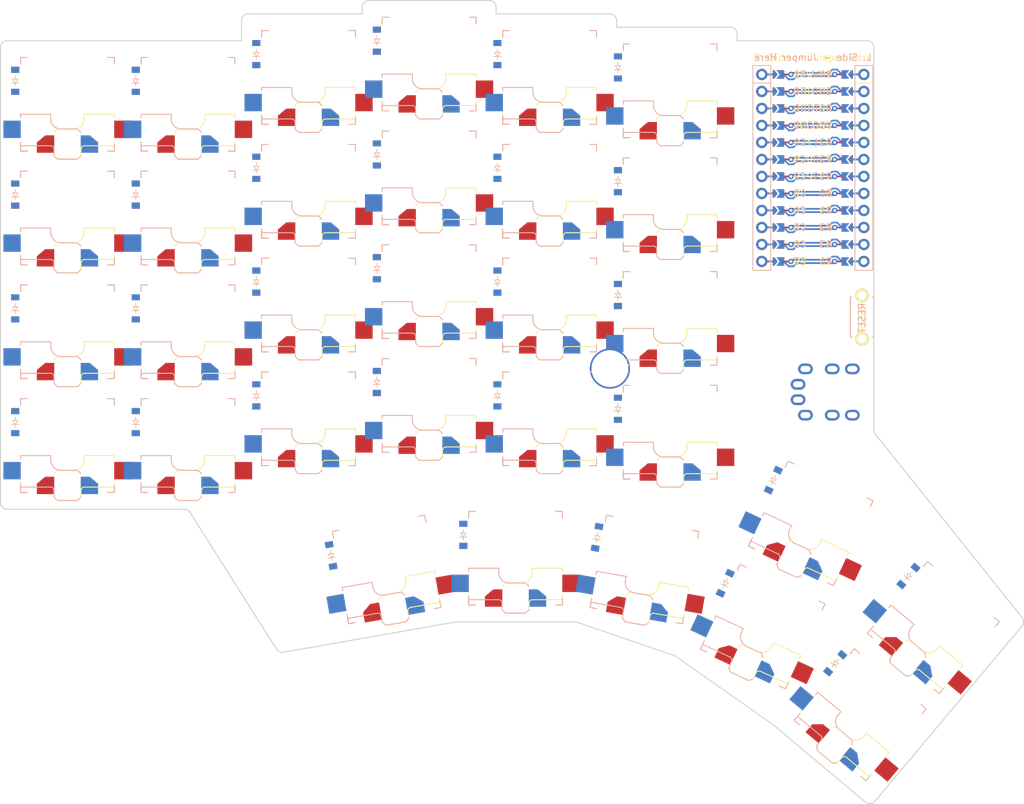
<source format=kicad_pcb>
(kicad_pcb (version 20171130) (host pcbnew 5.1.6)
  (title_block (title nib) (rev v1.0.0) (company Unknown))
  (layers (0 F.Cu signal) (31 B.Cu signal) (34 B.Paste user) (35 F.Paste user) (36 B.SilkS user) (37 F.SilkS user) (38 B.Mask user) (39 F.Mask user) (44 Edge.Cuts user))
  (net 0 "")
  (net 1 "RAW")
  (net 2 "GND")
  (net 3 "RST")
  (net 4 "VCC")
  (net 5 "P21")
  (net 6 "P20")
  (net 7 "P19")
  (net 8 "R0")
  (net 9 "R1")
  (net 10 "R2")
  (net 11 "R3")
  (net 12 "R4")
  (net 13 "P1")
  (net 14 "P0")
  (net 15 "C0")
  (net 16 "C1")
  (net 17 "C2")
  (net 18 "C3")
  (net 19 "C4")
  (net 20 "C5")
  (net 21 "C6")
  (net 22 "C7")
  (net 23 "MCU1_24")
  (net 24 "MCU1_1")
  (net 25 "MCU1_23")
  (net 26 "MCU1_2")
  (net 27 "MCU1_22")
  (net 28 "MCU1_3")
  (net 29 "MCU1_21")
  (net 30 "MCU1_4")
  (net 31 "MCU1_20")
  (net 32 "MCU1_5")
  (net 33 "MCU1_19")
  (net 34 "MCU1_6")
  (net 35 "MCU1_18")
  (net 36 "MCU1_7")
  (net 37 "MCU1_17")
  (net 38 "MCU1_8")
  (net 39 "MCU1_16")
  (net 40 "MCU1_9")
  (net 41 "MCU1_15")
  (net 42 "MCU1_10")
  (net 43 "MCU1_14")
  (net 44 "MCU1_11")
  (net 45 "MCU1_13")
  (net 46 "MCU1_12")
  (net 47 "pinky2_bottom")
  (net 48 "pinky2_home")
  (net 49 "pinky2_top")
  (net 50 "pinky2_num")
  (net 51 "pinky_bottom")
  (net 52 "pinky_home")
  (net 53 "pinky_top")
  (net 54 "pinky_num")
  (net 55 "ring_bottom")
  (net 56 "ring_home")
  (net 57 "ring_top")
  (net 58 "ring_num")
  (net 59 "middle_bottom")
  (net 60 "middle_home")
  (net 61 "middle_top")
  (net 62 "middle_num")
  (net 63 "index_bottom")
  (net 64 "index_home")
  (net 65 "index_top")
  (net 66 "index_num")
  (net 67 "inner_bottom")
  (net 68 "inner_home")
  (net 69 "inner_top")
  (net 70 "inner_num")
  (net 71 "inner2_bottom")
  (net 72 "home_bottom")
  (net 73 "outer_bottom")
  (net 74 "outer_top")
  (net 75 "outer2_bottom")
  (net 76 "outer2_top")
  (net 77 "data")
  (module nice_nano (layer F.Cu) (at 211.3 57.25 0)
    (fp_text reference "MCU1" hide)
    (pad 24 thru_hole circle (at -7.62 -12.7) (size 1.7 1.7) (drill 1) (layers *.Cu *.Mask) (net 23 "MCU1_24"))
    (pad 1 thru_hole circle (at 7.62 -12.7) (size 1.7 1.7) (drill 1) (layers *.Cu *.Mask) (net 24 "MCU1_1"))
    (pad 124 thru_hole circle (at -3.262 -12.7) (size 0.8 0.8) (drill 0.4) (layers *.Cu *.Mask) (net 13 "P1"))
    (pad 1 thru_hole circle (at 3.262 -12.7) (size 0.8 0.8) (drill 0.4) (layers *.Cu *.Mask) (net 1 "RAW"))
    (pad 24 smd custom (at -5.5 -12.7) (size 0.2 0.2) (layers F.Cu F.Mask) (net 23 "MCU1_24") (options (clearance outline) (anchor rect)) (primitives (gr_poly (pts (xy -0.5 -0.625) (xy -0.25 -0.625) (xy 0.25 0) (xy -0.25 0.625) (xy -0.5 0.625)) (width 0))))
    (pad 124 smd custom (at -4.775 -12.7) (size 0.2 0.2) (layers F.Cu F.Mask) (net 13 "P1") (options (clearance outline) (anchor rect)) (primitives (gr_poly (pts (xy -0.65 -0.625) (xy 0.5 -0.625) (xy 0.5 0.625) (xy -0.65 0.625) (xy -0.15 0)) (width 0))))
    (pad 1 smd custom (at 4.775 -12.7 180) (size 0.2 0.2) (layers F.Cu F.Mask) (net 1 "RAW") (options (clearance outline) (anchor rect)) (primitives (gr_poly (pts (xy -0.65 -0.625) (xy 0.5 -0.625) (xy 0.5 0.625) (xy -0.65 0.625) (xy -0.15 0)) (width 0))))
    (pad 1 smd custom (at 5.5 -12.7 180) (size 0.2 0.2) (layers F.Cu F.Mask) (net 24 "MCU1_1") (options (clearance outline) (anchor rect)) (primitives (gr_poly (pts (xy -0.5 -0.625) (xy -0.25 -0.625) (xy 0.25 0) (xy -0.25 0.625) (xy -0.5 0.625)) (width 0))))
    (pad 24 smd custom (at -5.5 -12.7) (size 0.2 0.2) (layers B.Cu B.Mask) (net 23 "MCU1_24") (options (clearance outline) (anchor rect)) (primitives (gr_poly (pts (xy -0.5 0.625) (xy -0.25 0.625) (xy 0.25 0) (xy -0.25 -0.625) (xy -0.5 -0.625)) (width 0))))
    (pad 1 smd custom (at -4.775 -12.7) (size 0.2 0.2) (layers B.Cu B.Mask) (net 1 "RAW") (options (clearance outline) (anchor rect)) (primitives (gr_poly (pts (xy -0.65 0.625) (xy 0.5 0.625) (xy 0.5 -0.625) (xy -0.65 -0.625) (xy -0.15 0)) (width 0))))
    (pad 124 smd custom (at 4.775 -12.7 180) (size 0.2 0.2) (layers B.Cu B.Mask) (net 13 "P1") (options (clearance outline) (anchor rect)) (primitives (gr_poly (pts (xy -0.65 0.625) (xy 0.5 0.625) (xy 0.5 -0.625) (xy -0.65 -0.625) (xy -0.15 0)) (width 0))))
    (pad 1 smd custom (at 5.5 -12.7 180) (size 0.2 0.2) (layers B.Cu B.Mask) (net 24 "MCU1_1") (options (clearance outline) (anchor rect)) (primitives (gr_poly (pts (xy -0.5 0.625) (xy -0.25 0.625) (xy 0.25 0) (xy -0.25 -0.625) (xy -0.5 -0.625)) (width 0))))
    (fp_text user RAW (at -3 -12.7) (layer F.SilkS) (effects (justify left)))
    (fp_text user P1 (at 3 -12.7) (layer F.SilkS) (effects (justify right)))
    (fp_text user P1 (at -3 -12.7 180) (layer B.SilkS) (effects (justify right mirror)))
    (fp_text user RAW (at 3 -12.7 180) (layer B.SilkS) (effects (justify left mirror)))
    (pad 23 thru_hole circle (at -7.62 -10.16) (size 1.7 1.7) (drill 1) (layers *.Cu *.Mask) (net 25 "MCU1_23"))
    (pad 2 thru_hole circle (at 7.62 -10.16) (size 1.7 1.7) (drill 1) (layers *.Cu *.Mask) (net 26 "MCU1_2"))
    (pad 123 thru_hole circle (at -3.262 -10.16) (size 0.8 0.8) (drill 0.4) (layers *.Cu *.Mask) (net 14 "P0"))
    (pad 2 thru_hole circle (at 3.262 -10.16) (size 0.8 0.8) (drill 0.4) (layers *.Cu *.Mask) (net 2 "GND"))
    (pad 23 smd custom (at -5.5 -10.16) (size 0.2 0.2) (layers F.Cu F.Mask) (net 25 "MCU1_23") (options (clearance outline) (anchor rect)) (primitives (gr_poly (pts (xy -0.5 -0.625) (xy -0.25 -0.625) (xy 0.25 0) (xy -0.25 0.625) (xy -0.5 0.625)) (width 0))))
    (pad 123 smd custom (at -4.775 -10.16) (size 0.2 0.2) (layers F.Cu F.Mask) (net 14 "P0") (options (clearance outline) (anchor rect)) (primitives (gr_poly (pts (xy -0.65 -0.625) (xy 0.5 -0.625) (xy 0.5 0.625) (xy -0.65 0.625) (xy -0.15 0)) (width 0))))
    (pad 2 smd custom (at 4.775 -10.16 180) (size 0.2 0.2) (layers F.Cu F.Mask) (net 2 "GND") (options (clearance outline) (anchor rect)) (primitives (gr_poly (pts (xy -0.65 -0.625) (xy 0.5 -0.625) (xy 0.5 0.625) (xy -0.65 0.625) (xy -0.15 0)) (width 0))))
    (pad 2 smd custom (at 5.5 -10.16 180) (size 0.2 0.2) (layers F.Cu F.Mask) (net 26 "MCU1_2") (options (clearance outline) (anchor rect)) (primitives (gr_poly (pts (xy -0.5 -0.625) (xy -0.25 -0.625) (xy 0.25 0) (xy -0.25 0.625) (xy -0.5 0.625)) (width 0))))
    (pad 23 smd custom (at -5.5 -10.16) (size 0.2 0.2) (layers B.Cu B.Mask) (net 25 "MCU1_23") (options (clearance outline) (anchor rect)) (primitives (gr_poly (pts (xy -0.5 0.625) (xy -0.25 0.625) (xy 0.25 0) (xy -0.25 -0.625) (xy -0.5 -0.625)) (width 0))))
    (pad 2 smd custom (at -4.775 -10.16) (size 0.2 0.2) (layers B.Cu B.Mask) (net 2 "GND") (options (clearance outline) (anchor rect)) (primitives (gr_poly (pts (xy -0.65 0.625) (xy 0.5 0.625) (xy 0.5 -0.625) (xy -0.65 -0.625) (xy -0.15 0)) (width 0))))
    (pad 123 smd custom (at 4.775 -10.16 180) (size 0.2 0.2) (layers B.Cu B.Mask) (net 14 "P0") (options (clearance outline) (anchor rect)) (primitives (gr_poly (pts (xy -0.65 0.625) (xy 0.5 0.625) (xy 0.5 -0.625) (xy -0.65 -0.625) (xy -0.15 0)) (width 0))))
    (pad 2 smd custom (at 5.5 -10.16 180) (size 0.2 0.2) (layers B.Cu B.Mask) (net 26 "MCU1_2") (options (clearance outline) (anchor rect)) (primitives (gr_poly (pts (xy -0.5 0.625) (xy -0.25 0.625) (xy 0.25 0) (xy -0.25 -0.625) (xy -0.5 -0.625)) (width 0))))
    (fp_text user GND (at -3 -10.16) (layer F.SilkS) (effects (justify left)))
    (fp_text user P0 (at 3 -10.16) (layer F.SilkS) (effects (justify right)))
    (fp_text user P0 (at -3 -10.16 180) (layer B.SilkS) (effects (justify right mirror)))
    (fp_text user GND (at 3 -10.16 180) (layer B.SilkS) (effects (justify left mirror)))
    (pad 22 thru_hole circle (at -7.62 -7.619999999999999) (size 1.7 1.7) (drill 1) (layers *.Cu *.Mask) (net 27 "MCU1_22"))
    (pad 3 thru_hole circle (at 7.62 -7.619999999999999) (size 1.7 1.7) (drill 1) (layers *.Cu *.Mask) (net 28 "MCU1_3"))
    (pad 122 thru_hole circle (at -3.262 -7.619999999999999) (size 0.8 0.8) (drill 0.4) (layers *.Cu *.Mask) (net 2 "GND"))
    (pad 3 thru_hole circle (at 3.262 -7.619999999999999) (size 0.8 0.8) (drill 0.4) (layers *.Cu *.Mask) (net 3 "RST"))
    (pad 22 smd custom (at -5.5 -7.619999999999999) (size 0.2 0.2) (layers F.Cu F.Mask) (net 27 "MCU1_22") (options (clearance outline) (anchor rect)) (primitives (gr_poly (pts (xy -0.5 -0.625) (xy -0.25 -0.625) (xy 0.25 0) (xy -0.25 0.625) (xy -0.5 0.625)) (width 0))))
    (pad 122 smd custom (at -4.775 -7.619999999999999) (size 0.2 0.2) (layers F.Cu F.Mask) (net 2 "GND") (options (clearance outline) (anchor rect)) (primitives (gr_poly (pts (xy -0.65 -0.625) (xy 0.5 -0.625) (xy 0.5 0.625) (xy -0.65 0.625) (xy -0.15 0)) (width 0))))
    (pad 3 smd custom (at 4.775 -7.619999999999999 180) (size 0.2 0.2) (layers F.Cu F.Mask) (net 3 "RST") (options (clearance outline) (anchor rect)) (primitives (gr_poly (pts (xy -0.65 -0.625) (xy 0.5 -0.625) (xy 0.5 0.625) (xy -0.65 0.625) (xy -0.15 0)) (width 0))))
    (pad 3 smd custom (at 5.5 -7.619999999999999 180) (size 0.2 0.2) (layers F.Cu F.Mask) (net 28 "MCU1_3") (options (clearance outline) (anchor rect)) (primitives (gr_poly (pts (xy -0.5 -0.625) (xy -0.25 -0.625) (xy 0.25 0) (xy -0.25 0.625) (xy -0.5 0.625)) (width 0))))
    (pad 22 smd custom (at -5.5 -7.619999999999999) (size 0.2 0.2) (layers B.Cu B.Mask) (net 27 "MCU1_22") (options (clearance outline) (anchor rect)) (primitives (gr_poly (pts (xy -0.5 0.625) (xy -0.25 0.625) (xy 0.25 0) (xy -0.25 -0.625) (xy -0.5 -0.625)) (width 0))))
    (pad 3 smd custom (at -4.775 -7.619999999999999) (size 0.2 0.2) (layers B.Cu B.Mask) (net 3 "RST") (options (clearance outline) (anchor rect)) (primitives (gr_poly (pts (xy -0.65 0.625) (xy 0.5 0.625) (xy 0.5 -0.625) (xy -0.65 -0.625) (xy -0.15 0)) (width 0))))
    (pad 122 smd custom (at 4.775 -7.619999999999999 180) (size 0.2 0.2) (layers B.Cu B.Mask) (net 2 "GND") (options (clearance outline) (anchor rect)) (primitives (gr_poly (pts (xy -0.65 0.625) (xy 0.5 0.625) (xy 0.5 -0.625) (xy -0.65 -0.625) (xy -0.15 0)) (width 0))))
    (pad 3 smd custom (at 5.5 -7.619999999999999 180) (size 0.2 0.2) (layers B.Cu B.Mask) (net 28 "MCU1_3") (options (clearance outline) (anchor rect)) (primitives (gr_poly (pts (xy -0.5 0.625) (xy -0.25 0.625) (xy 0.25 0) (xy -0.25 -0.625) (xy -0.5 -0.625)) (width 0))))
    (fp_text user RST (at -3 -7.619999999999999) (layer F.SilkS) (effects (justify left)))
    (fp_text user GND (at 3 -7.619999999999999) (layer F.SilkS) (effects (justify right)))
    (fp_text user GND (at -3 -7.619999999999999 180) (layer B.SilkS) (effects (justify right mirror)))
    (fp_text user RST (at 3 -7.619999999999999 180) (layer B.SilkS) (effects (justify left mirror)))
    (pad 21 thru_hole circle (at -7.62 -5.079999999999999) (size 1.7 1.7) (drill 1) (layers *.Cu *.Mask) (net 29 "MCU1_21"))
    (pad 4 thru_hole circle (at 7.62 -5.079999999999999) (size 1.7 1.7) (drill 1) (layers *.Cu *.Mask) (net 30 "MCU1_4"))
    (pad 121 thru_hole circle (at -3.262 -5.079999999999999) (size 0.8 0.8) (drill 0.4) (layers *.Cu *.Mask) (net 2 "GND"))
    (pad 4 thru_hole circle (at 3.262 -5.079999999999999) (size 0.8 0.8) (drill 0.4) (layers *.Cu *.Mask) (net 4 "VCC"))
    (pad 21 smd custom (at -5.5 -5.079999999999999) (size 0.2 0.2) (layers F.Cu F.Mask) (net 29 "MCU1_21") (options (clearance outline) (anchor rect)) (primitives (gr_poly (pts (xy -0.5 -0.625) (xy -0.25 -0.625) (xy 0.25 0) (xy -0.25 0.625) (xy -0.5 0.625)) (width 0))))
    (pad 121 smd custom (at -4.775 -5.079999999999999) (size 0.2 0.2) (layers F.Cu F.Mask) (net 2 "GND") (options (clearance outline) (anchor rect)) (primitives (gr_poly (pts (xy -0.65 -0.625) (xy 0.5 -0.625) (xy 0.5 0.625) (xy -0.65 0.625) (xy -0.15 0)) (width 0))))
    (pad 4 smd custom (at 4.775 -5.079999999999999 180) (size 0.2 0.2) (layers F.Cu F.Mask) (net 4 "VCC") (options (clearance outline) (anchor rect)) (primitives (gr_poly (pts (xy -0.65 -0.625) (xy 0.5 -0.625) (xy 0.5 0.625) (xy -0.65 0.625) (xy -0.15 0)) (width 0))))
    (pad 4 smd custom (at 5.5 -5.079999999999999 180) (size 0.2 0.2) (layers F.Cu F.Mask) (net 30 "MCU1_4") (options (clearance outline) (anchor rect)) (primitives (gr_poly (pts (xy -0.5 -0.625) (xy -0.25 -0.625) (xy 0.25 0) (xy -0.25 0.625) (xy -0.5 0.625)) (width 0))))
    (pad 21 smd custom (at -5.5 -5.079999999999999) (size 0.2 0.2) (layers B.Cu B.Mask) (net 29 "MCU1_21") (options (clearance outline) (anchor rect)) (primitives (gr_poly (pts (xy -0.5 0.625) (xy -0.25 0.625) (xy 0.25 0) (xy -0.25 -0.625) (xy -0.5 -0.625)) (width 0))))
    (pad 4 smd custom (at -4.775 -5.079999999999999) (size 0.2 0.2) (layers B.Cu B.Mask) (net 4 "VCC") (options (clearance outline) (anchor rect)) (primitives (gr_poly (pts (xy -0.65 0.625) (xy 0.5 0.625) (xy 0.5 -0.625) (xy -0.65 -0.625) (xy -0.15 0)) (width 0))))
    (pad 121 smd custom (at 4.775 -5.079999999999999 180) (size 0.2 0.2) (layers B.Cu B.Mask) (net 2 "GND") (options (clearance outline) (anchor rect)) (primitives (gr_poly (pts (xy -0.65 0.625) (xy 0.5 0.625) (xy 0.5 -0.625) (xy -0.65 -0.625) (xy -0.15 0)) (width 0))))
    (pad 4 smd custom (at 5.5 -5.079999999999999 180) (size 0.2 0.2) (layers B.Cu B.Mask) (net 30 "MCU1_4") (options (clearance outline) (anchor rect)) (primitives (gr_poly (pts (xy -0.5 0.625) (xy -0.25 0.625) (xy 0.25 0) (xy -0.25 -0.625) (xy -0.5 -0.625)) (width 0))))
    (fp_text user VCC (at -3 -5.079999999999999) (layer F.SilkS) (effects (justify left)))
    (fp_text user GND (at 3 -5.079999999999999) (layer F.SilkS) (effects (justify right)))
    (fp_text user GND (at -3 -5.079999999999999 180) (layer B.SilkS) (effects (justify right mirror)))
    (fp_text user VCC (at 3 -5.079999999999999 180) (layer B.SilkS) (effects (justify left mirror)))
    (pad 20 thru_hole circle (at -7.62 -2.539999999999999) (size 1.7 1.7) (drill 1) (layers *.Cu *.Mask) (net 31 "MCU1_20"))
    (pad 5 thru_hole circle (at 7.62 -2.539999999999999) (size 1.7 1.7) (drill 1) (layers *.Cu *.Mask) (net 32 "MCU1_5"))
    (pad 120 thru_hole circle (at -3.262 -2.539999999999999) (size 0.8 0.8) (drill 0.4) (layers *.Cu *.Mask) (net 15 "C0"))
    (pad 5 thru_hole circle (at 3.262 -2.539999999999999) (size 0.8 0.8) (drill 0.4) (layers *.Cu *.Mask) (net 5 "P21"))
    (pad 20 smd custom (at -5.5 -2.539999999999999) (size 0.2 0.2) (layers F.Cu F.Mask) (net 31 "MCU1_20") (options (clearance outline) (anchor rect)) (primitives (gr_poly (pts (xy -0.5 -0.625) (xy -0.25 -0.625) (xy 0.25 0) (xy -0.25 0.625) (xy -0.5 0.625)) (width 0))))
    (pad 120 smd custom (at -4.775 -2.539999999999999) (size 0.2 0.2) (layers F.Cu F.Mask) (net 15 "C0") (options (clearance outline) (anchor rect)) (primitives (gr_poly (pts (xy -0.65 -0.625) (xy 0.5 -0.625) (xy 0.5 0.625) (xy -0.65 0.625) (xy -0.15 0)) (width 0))))
    (pad 5 smd custom (at 4.775 -2.539999999999999 180) (size 0.2 0.2) (layers F.Cu F.Mask) (net 5 "P21") (options (clearance outline) (anchor rect)) (primitives (gr_poly (pts (xy -0.65 -0.625) (xy 0.5 -0.625) (xy 0.5 0.625) (xy -0.65 0.625) (xy -0.15 0)) (width 0))))
    (pad 5 smd custom (at 5.5 -2.539999999999999 180) (size 0.2 0.2) (layers F.Cu F.Mask) (net 32 "MCU1_5") (options (clearance outline) (anchor rect)) (primitives (gr_poly (pts (xy -0.5 -0.625) (xy -0.25 -0.625) (xy 0.25 0) (xy -0.25 0.625) (xy -0.5 0.625)) (width 0))))
    (pad 20 smd custom (at -5.5 -2.539999999999999) (size 0.2 0.2) (layers B.Cu B.Mask) (net 31 "MCU1_20") (options (clearance outline) (anchor rect)) (primitives (gr_poly (pts (xy -0.5 0.625) (xy -0.25 0.625) (xy 0.25 0) (xy -0.25 -0.625) (xy -0.5 -0.625)) (width 0))))
    (pad 5 smd custom (at -4.775 -2.539999999999999) (size 0.2 0.2) (layers B.Cu B.Mask) (net 5 "P21") (options (clearance outline) (anchor rect)) (primitives (gr_poly (pts (xy -0.65 0.625) (xy 0.5 0.625) (xy 0.5 -0.625) (xy -0.65 -0.625) (xy -0.15 0)) (width 0))))
    (pad 120 smd custom (at 4.775 -2.539999999999999 180) (size 0.2 0.2) (layers B.Cu B.Mask) (net 15 "C0") (options (clearance outline) (anchor rect)) (primitives (gr_poly (pts (xy -0.65 0.625) (xy 0.5 0.625) (xy 0.5 -0.625) (xy -0.65 -0.625) (xy -0.15 0)) (width 0))))
    (pad 5 smd custom (at 5.5 -2.539999999999999 180) (size 0.2 0.2) (layers B.Cu B.Mask) (net 32 "MCU1_5") (options (clearance outline) (anchor rect)) (primitives (gr_poly (pts (xy -0.5 0.625) (xy -0.25 0.625) (xy 0.25 0) (xy -0.25 -0.625) (xy -0.5 -0.625)) (width 0))))
    (fp_text user P21 (at -3 -2.539999999999999) (layer F.SilkS) (effects (justify left)))
    (fp_text user C0 (at 3 -2.539999999999999) (layer F.SilkS) (effects (justify right)))
    (fp_text user C0 (at -3 -2.539999999999999 180) (layer B.SilkS) (effects (justify right mirror)))
    (fp_text user P21 (at 3 -2.539999999999999 180) (layer B.SilkS) (effects (justify left mirror)))
    (pad 19 thru_hole circle (at -7.62 0) (size 1.7 1.7) (drill 1) (layers *.Cu *.Mask) (net 33 "MCU1_19"))
    (pad 6 thru_hole circle (at 7.62 0) (size 1.7 1.7) (drill 1) (layers *.Cu *.Mask) (net 34 "MCU1_6"))
    (pad 119 thru_hole circle (at -3.262 0) (size 0.8 0.8) (drill 0.4) (layers *.Cu *.Mask) (net 16 "C1"))
    (pad 6 thru_hole circle (at 3.262 0) (size 0.8 0.8) (drill 0.4) (layers *.Cu *.Mask) (net 6 "P20"))
    (pad 19 smd custom (at -5.5 0) (size 0.2 0.2) (layers F.Cu F.Mask) (net 33 "MCU1_19") (options (clearance outline) (anchor rect)) (primitives (gr_poly (pts (xy -0.5 -0.625) (xy -0.25 -0.625) (xy 0.25 0) (xy -0.25 0.625) (xy -0.5 0.625)) (width 0))))
    (pad 119 smd custom (at -4.775 0) (size 0.2 0.2) (layers F.Cu F.Mask) (net 16 "C1") (options (clearance outline) (anchor rect)) (primitives (gr_poly (pts (xy -0.65 -0.625) (xy 0.5 -0.625) (xy 0.5 0.625) (xy -0.65 0.625) (xy -0.15 0)) (width 0))))
    (pad 6 smd custom (at 4.775 0 180) (size 0.2 0.2) (layers F.Cu F.Mask) (net 6 "P20") (options (clearance outline) (anchor rect)) (primitives (gr_poly (pts (xy -0.65 -0.625) (xy 0.5 -0.625) (xy 0.5 0.625) (xy -0.65 0.625) (xy -0.15 0)) (width 0))))
    (pad 6 smd custom (at 5.5 0 180) (size 0.2 0.2) (layers F.Cu F.Mask) (net 34 "MCU1_6") (options (clearance outline) (anchor rect)) (primitives (gr_poly (pts (xy -0.5 -0.625) (xy -0.25 -0.625) (xy 0.25 0) (xy -0.25 0.625) (xy -0.5 0.625)) (width 0))))
    (pad 19 smd custom (at -5.5 0) (size 0.2 0.2) (layers B.Cu B.Mask) (net 33 "MCU1_19") (options (clearance outline) (anchor rect)) (primitives (gr_poly (pts (xy -0.5 0.625) (xy -0.25 0.625) (xy 0.25 0) (xy -0.25 -0.625) (xy -0.5 -0.625)) (width 0))))
    (pad 6 smd custom (at -4.775 0) (size 0.2 0.2) (layers B.Cu B.Mask) (net 6 "P20") (options (clearance outline) (anchor rect)) (primitives (gr_poly (pts (xy -0.65 0.625) (xy 0.5 0.625) (xy 0.5 -0.625) (xy -0.65 -0.625) (xy -0.15 0)) (width 0))))
    (pad 119 smd custom (at 4.775 0 180) (size 0.2 0.2) (layers B.Cu B.Mask) (net 16 "C1") (options (clearance outline) (anchor rect)) (primitives (gr_poly (pts (xy -0.65 0.625) (xy 0.5 0.625) (xy 0.5 -0.625) (xy -0.65 -0.625) (xy -0.15 0)) (width 0))))
    (pad 6 smd custom (at 5.5 0 180) (size 0.2 0.2) (layers B.Cu B.Mask) (net 34 "MCU1_6") (options (clearance outline) (anchor rect)) (primitives (gr_poly (pts (xy -0.5 0.625) (xy -0.25 0.625) (xy 0.25 0) (xy -0.25 -0.625) (xy -0.5 -0.625)) (width 0))))
    (fp_text user P20 (at -3 0) (layer F.SilkS) (effects (justify left)))
    (fp_text user C1 (at 3 0) (layer F.SilkS) (effects (justify right)))
    (fp_text user C1 (at -3 0 180) (layer B.SilkS) (effects (justify right mirror)))
    (fp_text user P20 (at 3 0 180) (layer B.SilkS) (effects (justify left mirror)))
    (pad 18 thru_hole circle (at -7.62 2.540000000000001) (size 1.7 1.7) (drill 1) (layers *.Cu *.Mask) (net 35 "MCU1_18"))
    (pad 7 thru_hole circle (at 7.62 2.540000000000001) (size 1.7 1.7) (drill 1) (layers *.Cu *.Mask) (net 36 "MCU1_7"))
    (pad 118 thru_hole circle (at -3.262 2.540000000000001) (size 0.8 0.8) (drill 0.4) (layers *.Cu *.Mask) (net 17 "C2"))
    (pad 7 thru_hole circle (at 3.262 2.540000000000001) (size 0.8 0.8) (drill 0.4) (layers *.Cu *.Mask) (net 7 "P19"))
    (pad 18 smd custom (at -5.5 2.540000000000001) (size 0.2 0.2) (layers F.Cu F.Mask) (net 35 "MCU1_18") (options (clearance outline) (anchor rect)) (primitives (gr_poly (pts (xy -0.5 -0.625) (xy -0.25 -0.625) (xy 0.25 0) (xy -0.25 0.625) (xy -0.5 0.625)) (width 0))))
    (pad 118 smd custom (at -4.775 2.540000000000001) (size 0.2 0.2) (layers F.Cu F.Mask) (net 17 "C2") (options (clearance outline) (anchor rect)) (primitives (gr_poly (pts (xy -0.65 -0.625) (xy 0.5 -0.625) (xy 0.5 0.625) (xy -0.65 0.625) (xy -0.15 0)) (width 0))))
    (pad 7 smd custom (at 4.775 2.540000000000001 180) (size 0.2 0.2) (layers F.Cu F.Mask) (net 7 "P19") (options (clearance outline) (anchor rect)) (primitives (gr_poly (pts (xy -0.65 -0.625) (xy 0.5 -0.625) (xy 0.5 0.625) (xy -0.65 0.625) (xy -0.15 0)) (width 0))))
    (pad 7 smd custom (at 5.5 2.540000000000001 180) (size 0.2 0.2) (layers F.Cu F.Mask) (net 36 "MCU1_7") (options (clearance outline) (anchor rect)) (primitives (gr_poly (pts (xy -0.5 -0.625) (xy -0.25 -0.625) (xy 0.25 0) (xy -0.25 0.625) (xy -0.5 0.625)) (width 0))))
    (pad 18 smd custom (at -5.5 2.540000000000001) (size 0.2 0.2) (layers B.Cu B.Mask) (net 35 "MCU1_18") (options (clearance outline) (anchor rect)) (primitives (gr_poly (pts (xy -0.5 0.625) (xy -0.25 0.625) (xy 0.25 0) (xy -0.25 -0.625) (xy -0.5 -0.625)) (width 0))))
    (pad 7 smd custom (at -4.775 2.540000000000001) (size 0.2 0.2) (layers B.Cu B.Mask) (net 7 "P19") (options (clearance outline) (anchor rect)) (primitives (gr_poly (pts (xy -0.65 0.625) (xy 0.5 0.625) (xy 0.5 -0.625) (xy -0.65 -0.625) (xy -0.15 0)) (width 0))))
    (pad 118 smd custom (at 4.775 2.540000000000001 180) (size 0.2 0.2) (layers B.Cu B.Mask) (net 17 "C2") (options (clearance outline) (anchor rect)) (primitives (gr_poly (pts (xy -0.65 0.625) (xy 0.5 0.625) (xy 0.5 -0.625) (xy -0.65 -0.625) (xy -0.15 0)) (width 0))))
    (pad 7 smd custom (at 5.5 2.540000000000001 180) (size 0.2 0.2) (layers B.Cu B.Mask) (net 36 "MCU1_7") (options (clearance outline) (anchor rect)) (primitives (gr_poly (pts (xy -0.5 0.625) (xy -0.25 0.625) (xy 0.25 0) (xy -0.25 -0.625) (xy -0.5 -0.625)) (width 0))))
    (fp_text user P19 (at -3 2.540000000000001) (layer F.SilkS) (effects (justify left)))
    (fp_text user C2 (at 3 2.540000000000001) (layer F.SilkS) (effects (justify right)))
    (fp_text user C2 (at -3 2.540000000000001 180) (layer B.SilkS) (effects (justify right mirror)))
    (fp_text user P19 (at 3 2.540000000000001 180) (layer B.SilkS) (effects (justify left mirror)))
    (pad 17 thru_hole circle (at -7.62 5.080000000000002) (size 1.7 1.7) (drill 1) (layers *.Cu *.Mask) (net 37 "MCU1_17"))
    (pad 8 thru_hole circle (at 7.62 5.080000000000002) (size 1.7 1.7) (drill 1) (layers *.Cu *.Mask) (net 38 "MCU1_8"))
    (pad 117 thru_hole circle (at -3.262 5.080000000000002) (size 0.8 0.8) (drill 0.4) (layers *.Cu *.Mask) (net 18 "C3"))
    (pad 8 thru_hole circle (at 3.262 5.080000000000002) (size 0.8 0.8) (drill 0.4) (layers *.Cu *.Mask) (net 8 "R0"))
    (pad 17 smd custom (at -5.5 5.080000000000002) (size 0.2 0.2) (layers F.Cu F.Mask) (net 37 "MCU1_17") (options (clearance outline) (anchor rect)) (primitives (gr_poly (pts (xy -0.5 -0.625) (xy -0.25 -0.625) (xy 0.25 0) (xy -0.25 0.625) (xy -0.5 0.625)) (width 0))))
    (pad 117 smd custom (at -4.775 5.080000000000002) (size 0.2 0.2) (layers F.Cu F.Mask) (net 18 "C3") (options (clearance outline) (anchor rect)) (primitives (gr_poly (pts (xy -0.65 -0.625) (xy 0.5 -0.625) (xy 0.5 0.625) (xy -0.65 0.625) (xy -0.15 0)) (width 0))))
    (pad 8 smd custom (at 4.775 5.080000000000002 180) (size 0.2 0.2) (layers F.Cu F.Mask) (net 8 "R0") (options (clearance outline) (anchor rect)) (primitives (gr_poly (pts (xy -0.65 -0.625) (xy 0.5 -0.625) (xy 0.5 0.625) (xy -0.65 0.625) (xy -0.15 0)) (width 0))))
    (pad 8 smd custom (at 5.5 5.080000000000002 180) (size 0.2 0.2) (layers F.Cu F.Mask) (net 38 "MCU1_8") (options (clearance outline) (anchor rect)) (primitives (gr_poly (pts (xy -0.5 -0.625) (xy -0.25 -0.625) (xy 0.25 0) (xy -0.25 0.625) (xy -0.5 0.625)) (width 0))))
    (pad 17 smd custom (at -5.5 5.080000000000002) (size 0.2 0.2) (layers B.Cu B.Mask) (net 37 "MCU1_17") (options (clearance outline) (anchor rect)) (primitives (gr_poly (pts (xy -0.5 0.625) (xy -0.25 0.625) (xy 0.25 0) (xy -0.25 -0.625) (xy -0.5 -0.625)) (width 0))))
    (pad 8 smd custom (at -4.775 5.080000000000002) (size 0.2 0.2) (layers B.Cu B.Mask) (net 8 "R0") (options (clearance outline) (anchor rect)) (primitives (gr_poly (pts (xy -0.65 0.625) (xy 0.5 0.625) (xy 0.5 -0.625) (xy -0.65 -0.625) (xy -0.15 0)) (width 0))))
    (pad 117 smd custom (at 4.775 5.080000000000002 180) (size 0.2 0.2) (layers B.Cu B.Mask) (net 18 "C3") (options (clearance outline) (anchor rect)) (primitives (gr_poly (pts (xy -0.65 0.625) (xy 0.5 0.625) (xy 0.5 -0.625) (xy -0.65 -0.625) (xy -0.15 0)) (width 0))))
    (pad 8 smd custom (at 5.5 5.080000000000002 180) (size 0.2 0.2) (layers B.Cu B.Mask) (net 38 "MCU1_8") (options (clearance outline) (anchor rect)) (primitives (gr_poly (pts (xy -0.5 0.625) (xy -0.25 0.625) (xy 0.25 0) (xy -0.25 -0.625) (xy -0.5 -0.625)) (width 0))))
    (fp_text user R0 (at -3 5.080000000000002) (layer F.SilkS) (effects (justify left)))
    (fp_text user C3 (at 3 5.080000000000002) (layer F.SilkS) (effects (justify right)))
    (fp_text user C3 (at -3 5.080000000000002 180) (layer B.SilkS) (effects (justify right mirror)))
    (fp_text user R0 (at 3 5.080000000000002 180) (layer B.SilkS) (effects (justify left mirror)))
    (pad 16 thru_hole circle (at -7.62 7.620000000000001) (size 1.7 1.7) (drill 1) (layers *.Cu *.Mask) (net 39 "MCU1_16"))
    (pad 9 thru_hole circle (at 7.62 7.620000000000001) (size 1.7 1.7) (drill 1) (layers *.Cu *.Mask) (net 40 "MCU1_9"))
    (pad 116 thru_hole circle (at -3.262 7.620000000000001) (size 0.8 0.8) (drill 0.4) (layers *.Cu *.Mask) (net 19 "C4"))
    (pad 9 thru_hole circle (at 3.262 7.620000000000001) (size 0.8 0.8) (drill 0.4) (layers *.Cu *.Mask) (net 9 "R1"))
    (pad 16 smd custom (at -5.5 7.620000000000001) (size 0.2 0.2) (layers F.Cu F.Mask) (net 39 "MCU1_16") (options (clearance outline) (anchor rect)) (primitives (gr_poly (pts (xy -0.5 -0.625) (xy -0.25 -0.625) (xy 0.25 0) (xy -0.25 0.625) (xy -0.5 0.625)) (width 0))))
    (pad 116 smd custom (at -4.775 7.620000000000001) (size 0.2 0.2) (layers F.Cu F.Mask) (net 19 "C4") (options (clearance outline) (anchor rect)) (primitives (gr_poly (pts (xy -0.65 -0.625) (xy 0.5 -0.625) (xy 0.5 0.625) (xy -0.65 0.625) (xy -0.15 0)) (width 0))))
    (pad 9 smd custom (at 4.775 7.620000000000001 180) (size 0.2 0.2) (layers F.Cu F.Mask) (net 9 "R1") (options (clearance outline) (anchor rect)) (primitives (gr_poly (pts (xy -0.65 -0.625) (xy 0.5 -0.625) (xy 0.5 0.625) (xy -0.65 0.625) (xy -0.15 0)) (width 0))))
    (pad 9 smd custom (at 5.5 7.620000000000001 180) (size 0.2 0.2) (layers F.Cu F.Mask) (net 40 "MCU1_9") (options (clearance outline) (anchor rect)) (primitives (gr_poly (pts (xy -0.5 -0.625) (xy -0.25 -0.625) (xy 0.25 0) (xy -0.25 0.625) (xy -0.5 0.625)) (width 0))))
    (pad 16 smd custom (at -5.5 7.620000000000001) (size 0.2 0.2) (layers B.Cu B.Mask) (net 39 "MCU1_16") (options (clearance outline) (anchor rect)) (primitives (gr_poly (pts (xy -0.5 0.625) (xy -0.25 0.625) (xy 0.25 0) (xy -0.25 -0.625) (xy -0.5 -0.625)) (width 0))))
    (pad 9 smd custom (at -4.775 7.620000000000001) (size 0.2 0.2) (layers B.Cu B.Mask) (net 9 "R1") (options (clearance outline) (anchor rect)) (primitives (gr_poly (pts (xy -0.65 0.625) (xy 0.5 0.625) (xy 0.5 -0.625) (xy -0.65 -0.625) (xy -0.15 0)) (width 0))))
    (pad 116 smd custom (at 4.775 7.620000000000001 180) (size 0.2 0.2) (layers B.Cu B.Mask) (net 19 "C4") (options (clearance outline) (anchor rect)) (primitives (gr_poly (pts (xy -0.65 0.625) (xy 0.5 0.625) (xy 0.5 -0.625) (xy -0.65 -0.625) (xy -0.15 0)) (width 0))))
    (pad 9 smd custom (at 5.5 7.620000000000001 180) (size 0.2 0.2) (layers B.Cu B.Mask) (net 40 "MCU1_9") (options (clearance outline) (anchor rect)) (primitives (gr_poly (pts (xy -0.5 0.625) (xy -0.25 0.625) (xy 0.25 0) (xy -0.25 -0.625) (xy -0.5 -0.625)) (width 0))))
    (fp_text user R1 (at -3 7.620000000000001) (layer F.SilkS) (effects (justify left)))
    (fp_text user C4 (at 3 7.620000000000001) (layer F.SilkS) (effects (justify right)))
    (fp_text user C4 (at -3 7.620000000000001 180) (layer B.SilkS) (effects (justify right mirror)))
    (fp_text user R1 (at 3 7.620000000000001 180) (layer B.SilkS) (effects (justify left mirror)))
    (pad 15 thru_hole circle (at -7.62 10.16) (size 1.7 1.7) (drill 1) (layers *.Cu *.Mask) (net 41 "MCU1_15"))
    (pad 10 thru_hole circle (at 7.62 10.16) (size 1.7 1.7) (drill 1) (layers *.Cu *.Mask) (net 42 "MCU1_10"))
    (pad 115 thru_hole circle (at -3.262 10.16) (size 0.8 0.8) (drill 0.4) (layers *.Cu *.Mask) (net 20 "C5"))
    (pad 10 thru_hole circle (at 3.262 10.16) (size 0.8 0.8) (drill 0.4) (layers *.Cu *.Mask) (net 10 "R2"))
    (pad 15 smd custom (at -5.5 10.16) (size 0.2 0.2) (layers F.Cu F.Mask) (net 41 "MCU1_15") (options (clearance outline) (anchor rect)) (primitives (gr_poly (pts (xy -0.5 -0.625) (xy -0.25 -0.625) (xy 0.25 0) (xy -0.25 0.625) (xy -0.5 0.625)) (width 0))))
    (pad 115 smd custom (at -4.775 10.16) (size 0.2 0.2) (layers F.Cu F.Mask) (net 20 "C5") (options (clearance outline) (anchor rect)) (primitives (gr_poly (pts (xy -0.65 -0.625) (xy 0.5 -0.625) (xy 0.5 0.625) (xy -0.65 0.625) (xy -0.15 0)) (width 0))))
    (pad 10 smd custom (at 4.775 10.16 180) (size 0.2 0.2) (layers F.Cu F.Mask) (net 10 "R2") (options (clearance outline) (anchor rect)) (primitives (gr_poly (pts (xy -0.65 -0.625) (xy 0.5 -0.625) (xy 0.5 0.625) (xy -0.65 0.625) (xy -0.15 0)) (width 0))))
    (pad 10 smd custom (at 5.5 10.16 180) (size 0.2 0.2) (layers F.Cu F.Mask) (net 42 "MCU1_10") (options (clearance outline) (anchor rect)) (primitives (gr_poly (pts (xy -0.5 -0.625) (xy -0.25 -0.625) (xy 0.25 0) (xy -0.25 0.625) (xy -0.5 0.625)) (width 0))))
    (pad 15 smd custom (at -5.5 10.16) (size 0.2 0.2) (layers B.Cu B.Mask) (net 41 "MCU1_15") (options (clearance outline) (anchor rect)) (primitives (gr_poly (pts (xy -0.5 0.625) (xy -0.25 0.625) (xy 0.25 0) (xy -0.25 -0.625) (xy -0.5 -0.625)) (width 0))))
    (pad 10 smd custom (at -4.775 10.16) (size 0.2 0.2) (layers B.Cu B.Mask) (net 10 "R2") (options (clearance outline) (anchor rect)) (primitives (gr_poly (pts (xy -0.65 0.625) (xy 0.5 0.625) (xy 0.5 -0.625) (xy -0.65 -0.625) (xy -0.15 0)) (width 0))))
    (pad 115 smd custom (at 4.775 10.16 180) (size 0.2 0.2) (layers B.Cu B.Mask) (net 20 "C5") (options (clearance outline) (anchor rect)) (primitives (gr_poly (pts (xy -0.65 0.625) (xy 0.5 0.625) (xy 0.5 -0.625) (xy -0.65 -0.625) (xy -0.15 0)) (width 0))))
    (pad 10 smd custom (at 5.5 10.16 180) (size 0.2 0.2) (layers B.Cu B.Mask) (net 42 "MCU1_10") (options (clearance outline) (anchor rect)) (primitives (gr_poly (pts (xy -0.5 0.625) (xy -0.25 0.625) (xy 0.25 0) (xy -0.25 -0.625) (xy -0.5 -0.625)) (width 0))))
    (fp_text user R2 (at -3 10.16) (layer F.SilkS) (effects (justify left)))
    (fp_text user C5 (at 3 10.16) (layer F.SilkS) (effects (justify right)))
    (fp_text user C5 (at -3 10.16 180) (layer B.SilkS) (effects (justify right mirror)))
    (fp_text user R2 (at 3 10.16 180) (layer B.SilkS) (effects (justify left mirror)))
    (pad 14 thru_hole circle (at -7.62 12.7) (size 1.7 1.7) (drill 1) (layers *.Cu *.Mask) (net 43 "MCU1_14"))
    (pad 11 thru_hole circle (at 7.62 12.7) (size 1.7 1.7) (drill 1) (layers *.Cu *.Mask) (net 44 "MCU1_11"))
    (pad 114 thru_hole circle (at -3.262 12.7) (size 0.8 0.8) (drill 0.4) (layers *.Cu *.Mask) (net 21 "C6"))
    (pad 11 thru_hole circle (at 3.262 12.7) (size 0.8 0.8) (drill 0.4) (layers *.Cu *.Mask) (net 11 "R3"))
    (pad 14 smd custom (at -5.5 12.7) (size 0.2 0.2) (layers F.Cu F.Mask) (net 43 "MCU1_14") (options (clearance outline) (anchor rect)) (primitives (gr_poly (pts (xy -0.5 -0.625) (xy -0.25 -0.625) (xy 0.25 0) (xy -0.25 0.625) (xy -0.5 0.625)) (width 0))))
    (pad 114 smd custom (at -4.775 12.7) (size 0.2 0.2) (layers F.Cu F.Mask) (net 21 "C6") (options (clearance outline) (anchor rect)) (primitives (gr_poly (pts (xy -0.65 -0.625) (xy 0.5 -0.625) (xy 0.5 0.625) (xy -0.65 0.625) (xy -0.15 0)) (width 0))))
    (pad 11 smd custom (at 4.775 12.7 180) (size 0.2 0.2) (layers F.Cu F.Mask) (net 11 "R3") (options (clearance outline) (anchor rect)) (primitives (gr_poly (pts (xy -0.65 -0.625) (xy 0.5 -0.625) (xy 0.5 0.625) (xy -0.65 0.625) (xy -0.15 0)) (width 0))))
    (pad 11 smd custom (at 5.5 12.7 180) (size 0.2 0.2) (layers F.Cu F.Mask) (net 44 "MCU1_11") (options (clearance outline) (anchor rect)) (primitives (gr_poly (pts (xy -0.5 -0.625) (xy -0.25 -0.625) (xy 0.25 0) (xy -0.25 0.625) (xy -0.5 0.625)) (width 0))))
    (pad 14 smd custom (at -5.5 12.7) (size 0.2 0.2) (layers B.Cu B.Mask) (net 43 "MCU1_14") (options (clearance outline) (anchor rect)) (primitives (gr_poly (pts (xy -0.5 0.625) (xy -0.25 0.625) (xy 0.25 0) (xy -0.25 -0.625) (xy -0.5 -0.625)) (width 0))))
    (pad 11 smd custom (at -4.775 12.7) (size 0.2 0.2) (layers B.Cu B.Mask) (net 11 "R3") (options (clearance outline) (anchor rect)) (primitives (gr_poly (pts (xy -0.65 0.625) (xy 0.5 0.625) (xy 0.5 -0.625) (xy -0.65 -0.625) (xy -0.15 0)) (width 0))))
    (pad 114 smd custom (at 4.775 12.7 180) (size 0.2 0.2) (layers B.Cu B.Mask) (net 21 "C6") (options (clearance outline) (anchor rect)) (primitives (gr_poly (pts (xy -0.65 0.625) (xy 0.5 0.625) (xy 0.5 -0.625) (xy -0.65 -0.625) (xy -0.15 0)) (width 0))))
    (pad 11 smd custom (at 5.5 12.7 180) (size 0.2 0.2) (layers B.Cu B.Mask) (net 44 "MCU1_11") (options (clearance outline) (anchor rect)) (primitives (gr_poly (pts (xy -0.5 0.625) (xy -0.25 0.625) (xy 0.25 0) (xy -0.25 -0.625) (xy -0.5 -0.625)) (width 0))))
    (fp_text user R3 (at -3 12.7) (layer F.SilkS) (effects (justify left)))
    (fp_text user C6 (at 3 12.7) (layer F.SilkS) (effects (justify right)))
    (fp_text user C6 (at -3 12.7 180) (layer B.SilkS) (effects (justify right mirror)))
    (fp_text user R3 (at 3 12.7 180) (layer B.SilkS) (effects (justify left mirror)))
    (pad 13 thru_hole circle (at -7.62 15.240000000000002) (size 1.7 1.7) (drill 1) (layers *.Cu *.Mask) (net 45 "MCU1_13"))
    (pad 12 thru_hole circle (at 7.62 15.240000000000002) (size 1.7 1.7) (drill 1) (layers *.Cu *.Mask) (net 46 "MCU1_12"))
    (pad 113 thru_hole circle (at -3.262 15.240000000000002) (size 0.8 0.8) (drill 0.4) (layers *.Cu *.Mask) (net 22 "C7"))
    (pad 12 thru_hole circle (at 3.262 15.240000000000002) (size 0.8 0.8) (drill 0.4) (layers *.Cu *.Mask) (net 12 "R4"))
    (pad 13 smd custom (at -5.5 15.240000000000002) (size 0.2 0.2) (layers F.Cu F.Mask) (net 45 "MCU1_13") (options (clearance outline) (anchor rect)) (primitives (gr_poly (pts (xy -0.5 -0.625) (xy -0.25 -0.625) (xy 0.25 0) (xy -0.25 0.625) (xy -0.5 0.625)) (width 0))))
    (pad 113 smd custom (at -4.775 15.240000000000002) (size 0.2 0.2) (layers F.Cu F.Mask) (net 22 "C7") (options (clearance outline) (anchor rect)) (primitives (gr_poly (pts (xy -0.65 -0.625) (xy 0.5 -0.625) (xy 0.5 0.625) (xy -0.65 0.625) (xy -0.15 0)) (width 0))))
    (pad 12 smd custom (at 4.775 15.240000000000002 180) (size 0.2 0.2) (layers F.Cu F.Mask) (net 12 "R4") (options (clearance outline) (anchor rect)) (primitives (gr_poly (pts (xy -0.65 -0.625) (xy 0.5 -0.625) (xy 0.5 0.625) (xy -0.65 0.625) (xy -0.15 0)) (width 0))))
    (pad 12 smd custom (at 5.5 15.240000000000002 180) (size 0.2 0.2) (layers F.Cu F.Mask) (net 46 "MCU1_12") (options (clearance outline) (anchor rect)) (primitives (gr_poly (pts (xy -0.5 -0.625) (xy -0.25 -0.625) (xy 0.25 0) (xy -0.25 0.625) (xy -0.5 0.625)) (width 0))))
    (pad 13 smd custom (at -5.5 15.240000000000002) (size 0.2 0.2) (layers B.Cu B.Mask) (net 45 "MCU1_13") (options (clearance outline) (anchor rect)) (primitives (gr_poly (pts (xy -0.5 0.625) (xy -0.25 0.625) (xy 0.25 0) (xy -0.25 -0.625) (xy -0.5 -0.625)) (width 0))))
    (pad 12 smd custom (at -4.775 15.240000000000002) (size 0.2 0.2) (layers B.Cu B.Mask) (net 12 "R4") (options (clearance outline) (anchor rect)) (primitives (gr_poly (pts (xy -0.65 0.625) (xy 0.5 0.625) (xy 0.5 -0.625) (xy -0.65 -0.625) (xy -0.15 0)) (width 0))))
    (pad 113 smd custom (at 4.775 15.240000000000002 180) (size 0.2 0.2) (layers B.Cu B.Mask) (net 22 "C7") (options (clearance outline) (anchor rect)) (primitives (gr_poly (pts (xy -0.65 0.625) (xy 0.5 0.625) (xy 0.5 -0.625) (xy -0.65 -0.625) (xy -0.15 0)) (width 0))))
    (pad 12 smd custom (at 5.5 15.240000000000002 180) (size 0.2 0.2) (layers B.Cu B.Mask) (net 46 "MCU1_12") (options (clearance outline) (anchor rect)) (primitives (gr_poly (pts (xy -0.5 0.625) (xy -0.25 0.625) (xy 0.25 0) (xy -0.25 -0.625) (xy -0.5 -0.625)) (width 0))))
    (fp_text user R4 (at -3 15.240000000000002) (layer F.SilkS) (effects (justify left)))
    (fp_text user C7 (at 3 15.240000000000002) (layer F.SilkS) (effects (justify right)))
    (fp_text user C7 (at -3 15.240000000000002 180) (layer B.SilkS) (effects (justify right mirror)))
    (fp_text user R4 (at 3 15.240000000000002 180) (layer B.SilkS) (effects (justify left mirror)))
    (fp_text user "R. Side - Jumper Here" (at 0 -15.245) (layer F.SilkS))
    (fp_text user "L. Side - Jumper Here" (at 0 -15.245) (layer B.SilkS) (effects (justify mirror)))
  )
  (segment (start 216.08 44.55) (end 214.56 44.55) (width 0.25) (layer F.Cu) (net 1))
  (segment (start 206.96 44.55) (end 207.69 45.28) (width 0.25) (layer B.Cu) (net 1))
  (segment (start 206.53 44.55) (end 206.96 44.55) (width 0.25) (layer B.Cu) (net 1))
  (segment (start 207.69 45.28) (end 208.39 45.28) (width 0.25) (layer B.Cu) (net 1))
  (segment (start 208.76 44.90) (end 208.76 44.89) (width 0.25) (layer B.Cu) (net 1))
  (segment (start 208.39 45.28) (end 208.76 44.90) (width 0.25) (layer B.Cu) (net 1))
  (segment (start 208.76 44.89) (end 208.85 44.80) (width 0.25) (layer B.Cu) (net 1))
  (segment (start 214.31 44.80) (end 214.56 44.55) (width 0.25) (layer B.Cu) (net 1))
  (segment (start 208.85 44.80) (end 214.31 44.80) (width 0.25) (layer B.Cu) (net 1))
  (segment (start 206.53 44.55) (end 208.04 44.55) (width 0.25) (layer F.Cu) (net 13))
  (segment (start 214.91 43.82) (end 214.21 43.82) (width 0.25) (layer B.Cu) (net 13))
  (segment (start 215.64 44.55) (end 214.91 43.82) (width 0.25) (layer B.Cu) (net 13))
  (segment (start 216.08 44.55) (end 215.64 44.55) (width 0.25) (layer B.Cu) (net 13))
  (segment (start 214.21 43.82) (end 213.74 44.30) (width 0.25) (layer B.Cu) (net 13))
  (segment (start 208.29 44.30) (end 208.04 44.55) (width 0.25) (layer B.Cu) (net 13))
  (segment (start 213.74 44.30) (end 208.29 44.30) (width 0.25) (layer B.Cu) (net 13))
  (segment (start 203.68 44.55) (end 205.80 44.55) (width 0.25) (layer F.Cu) (net 23))
  (segment (start 203.68 44.55) (end 205.80 44.55) (width 0.25) (layer B.Cu) (net 23))
  (segment (start 216.80 44.55) (end 218.92 44.55) (width 0.25) (layer F.Cu) (net 24))
  (segment (start 218.92 44.55) (end 216.80 44.55) (width 0.25) (layer B.Cu) (net 24))
  (segment (start 216.08 47.09) (end 214.56 47.09) (width 0.25) (layer F.Cu) (net 1))
  (segment (start 206.96 47.09) (end 207.69 47.82) (width 0.25) (layer B.Cu) (net 1))
  (segment (start 206.53 47.09) (end 206.96 47.09) (width 0.25) (layer B.Cu) (net 1))
  (segment (start 207.69 47.82) (end 208.39 47.82) (width 0.25) (layer B.Cu) (net 1))
  (segment (start 208.76 47.44) (end 208.76 47.43) (width 0.25) (layer B.Cu) (net 1))
  (segment (start 208.39 47.82) (end 208.76 47.44) (width 0.25) (layer B.Cu) (net 1))
  (segment (start 208.76 47.43) (end 208.85 47.34) (width 0.25) (layer B.Cu) (net 1))
  (segment (start 214.31 47.34) (end 214.56 47.09) (width 0.25) (layer B.Cu) (net 1))
  (segment (start 208.85 47.34) (end 214.31 47.34) (width 0.25) (layer B.Cu) (net 1))
  (segment (start 206.53 47.09) (end 208.04 47.09) (width 0.25) (layer F.Cu) (net 13))
  (segment (start 214.91 46.36) (end 214.21 46.36) (width 0.25) (layer B.Cu) (net 13))
  (segment (start 215.64 47.09) (end 214.91 46.36) (width 0.25) (layer B.Cu) (net 13))
  (segment (start 216.08 47.09) (end 215.64 47.09) (width 0.25) (layer B.Cu) (net 13))
  (segment (start 214.21 46.36) (end 213.74 46.84) (width 0.25) (layer B.Cu) (net 13))
  (segment (start 208.29 46.84) (end 208.04 47.09) (width 0.25) (layer B.Cu) (net 13))
  (segment (start 213.74 46.84) (end 208.29 46.84) (width 0.25) (layer B.Cu) (net 13))
  (segment (start 203.68 47.09) (end 205.80 47.09) (width 0.25) (layer F.Cu) (net 23))
  (segment (start 203.68 47.09) (end 205.80 47.09) (width 0.25) (layer B.Cu) (net 23))
  (segment (start 216.80 47.09) (end 218.92 47.09) (width 0.25) (layer F.Cu) (net 24))
  (segment (start 218.92 47.09) (end 216.80 47.09) (width 0.25) (layer B.Cu) (net 24))
  (segment (start 216.08 49.63) (end 214.56 49.63) (width 0.25) (layer F.Cu) (net 1))
  (segment (start 206.96 49.63) (end 207.69 50.36) (width 0.25) (layer B.Cu) (net 1))
  (segment (start 206.53 49.63) (end 206.96 49.63) (width 0.25) (layer B.Cu) (net 1))
  (segment (start 207.69 50.36) (end 208.39 50.36) (width 0.25) (layer B.Cu) (net 1))
  (segment (start 208.76 49.98) (end 208.76 49.97) (width 0.25) (layer B.Cu) (net 1))
  (segment (start 208.39 50.36) (end 208.76 49.98) (width 0.25) (layer B.Cu) (net 1))
  (segment (start 208.76 49.97) (end 208.85 49.88) (width 0.25) (layer B.Cu) (net 1))
  (segment (start 214.31 49.88) (end 214.56 49.63) (width 0.25) (layer B.Cu) (net 1))
  (segment (start 208.85 49.88) (end 214.31 49.88) (width 0.25) (layer B.Cu) (net 1))
  (segment (start 206.53 49.63) (end 208.04 49.63) (width 0.25) (layer F.Cu) (net 13))
  (segment (start 214.91 48.90) (end 214.21 48.90) (width 0.25) (layer B.Cu) (net 13))
  (segment (start 215.64 49.63) (end 214.91 48.90) (width 0.25) (layer B.Cu) (net 13))
  (segment (start 216.08 49.63) (end 215.64 49.63) (width 0.25) (layer B.Cu) (net 13))
  (segment (start 214.21 48.90) (end 213.74 49.38) (width 0.25) (layer B.Cu) (net 13))
  (segment (start 208.29 49.38) (end 208.04 49.63) (width 0.25) (layer B.Cu) (net 13))
  (segment (start 213.74 49.38) (end 208.29 49.38) (width 0.25) (layer B.Cu) (net 13))
  (segment (start 203.68 49.63) (end 205.80 49.63) (width 0.25) (layer F.Cu) (net 23))
  (segment (start 203.68 49.63) (end 205.80 49.63) (width 0.25) (layer B.Cu) (net 23))
  (segment (start 216.80 49.63) (end 218.92 49.63) (width 0.25) (layer F.Cu) (net 24))
  (segment (start 218.92 49.63) (end 216.80 49.63) (width 0.25) (layer B.Cu) (net 24))
  (segment (start 216.08 52.17) (end 214.56 52.17) (width 0.25) (layer F.Cu) (net 1))
  (segment (start 206.96 52.17) (end 207.69 52.90) (width 0.25) (layer B.Cu) (net 1))
  (segment (start 206.53 52.17) (end 206.96 52.17) (width 0.25) (layer B.Cu) (net 1))
  (segment (start 207.69 52.90) (end 208.39 52.90) (width 0.25) (layer B.Cu) (net 1))
  (segment (start 208.76 52.52) (end 208.76 52.51) (width 0.25) (layer B.Cu) (net 1))
  (segment (start 208.39 52.90) (end 208.76 52.52) (width 0.25) (layer B.Cu) (net 1))
  (segment (start 208.76 52.51) (end 208.85 52.42) (width 0.25) (layer B.Cu) (net 1))
  (segment (start 214.31 52.42) (end 214.56 52.17) (width 0.25) (layer B.Cu) (net 1))
  (segment (start 208.85 52.42) (end 214.31 52.42) (width 0.25) (layer B.Cu) (net 1))
  (segment (start 206.53 52.17) (end 208.04 52.17) (width 0.25) (layer F.Cu) (net 13))
  (segment (start 214.91 51.44) (end 214.21 51.44) (width 0.25) (layer B.Cu) (net 13))
  (segment (start 215.64 52.17) (end 214.91 51.44) (width 0.25) (layer B.Cu) (net 13))
  (segment (start 216.08 52.17) (end 215.64 52.17) (width 0.25) (layer B.Cu) (net 13))
  (segment (start 214.21 51.44) (end 213.74 51.92) (width 0.25) (layer B.Cu) (net 13))
  (segment (start 208.29 51.92) (end 208.04 52.17) (width 0.25) (layer B.Cu) (net 13))
  (segment (start 213.74 51.92) (end 208.29 51.92) (width 0.25) (layer B.Cu) (net 13))
  (segment (start 203.68 52.17) (end 205.80 52.17) (width 0.25) (layer F.Cu) (net 23))
  (segment (start 203.68 52.17) (end 205.80 52.17) (width 0.25) (layer B.Cu) (net 23))
  (segment (start 216.80 52.17) (end 218.92 52.17) (width 0.25) (layer F.Cu) (net 24))
  (segment (start 218.92 52.17) (end 216.80 52.17) (width 0.25) (layer B.Cu) (net 24))
  (segment (start 216.08 54.71) (end 214.56 54.71) (width 0.25) (layer F.Cu) (net 1))
  (segment (start 206.96 54.71) (end 207.69 55.44) (width 0.25) (layer B.Cu) (net 1))
  (segment (start 206.53 54.71) (end 206.96 54.71) (width 0.25) (layer B.Cu) (net 1))
  (segment (start 207.69 55.44) (end 208.39 55.44) (width 0.25) (layer B.Cu) (net 1))
  (segment (start 208.76 55.06) (end 208.76 55.05) (width 0.25) (layer B.Cu) (net 1))
  (segment (start 208.39 55.44) (end 208.76 55.06) (width 0.25) (layer B.Cu) (net 1))
  (segment (start 208.76 55.05) (end 208.85 54.96) (width 0.25) (layer B.Cu) (net 1))
  (segment (start 214.31 54.96) (end 214.56 54.71) (width 0.25) (layer B.Cu) (net 1))
  (segment (start 208.85 54.96) (end 214.31 54.96) (width 0.25) (layer B.Cu) (net 1))
  (segment (start 206.53 54.71) (end 208.04 54.71) (width 0.25) (layer F.Cu) (net 13))
  (segment (start 214.91 53.98) (end 214.21 53.98) (width 0.25) (layer B.Cu) (net 13))
  (segment (start 215.64 54.71) (end 214.91 53.98) (width 0.25) (layer B.Cu) (net 13))
  (segment (start 216.08 54.71) (end 215.64 54.71) (width 0.25) (layer B.Cu) (net 13))
  (segment (start 214.21 53.98) (end 213.74 54.46) (width 0.25) (layer B.Cu) (net 13))
  (segment (start 208.29 54.46) (end 208.04 54.71) (width 0.25) (layer B.Cu) (net 13))
  (segment (start 213.74 54.46) (end 208.29 54.46) (width 0.25) (layer B.Cu) (net 13))
  (segment (start 203.68 54.71) (end 205.80 54.71) (width 0.25) (layer F.Cu) (net 23))
  (segment (start 203.68 54.71) (end 205.80 54.71) (width 0.25) (layer B.Cu) (net 23))
  (segment (start 216.80 54.71) (end 218.92 54.71) (width 0.25) (layer F.Cu) (net 24))
  (segment (start 218.92 54.71) (end 216.80 54.71) (width 0.25) (layer B.Cu) (net 24))
  (segment (start 216.08 57.25) (end 214.56 57.25) (width 0.25) (layer F.Cu) (net 1))
  (segment (start 206.96 57.25) (end 207.69 57.98) (width 0.25) (layer B.Cu) (net 1))
  (segment (start 206.53 57.25) (end 206.96 57.25) (width 0.25) (layer B.Cu) (net 1))
  (segment (start 207.69 57.98) (end 208.39 57.98) (width 0.25) (layer B.Cu) (net 1))
  (segment (start 208.76 57.60) (end 208.76 57.59) (width 0.25) (layer B.Cu) (net 1))
  (segment (start 208.39 57.98) (end 208.76 57.60) (width 0.25) (layer B.Cu) (net 1))
  (segment (start 208.76 57.59) (end 208.85 57.50) (width 0.25) (layer B.Cu) (net 1))
  (segment (start 214.31 57.50) (end 214.56 57.25) (width 0.25) (layer B.Cu) (net 1))
  (segment (start 208.85 57.50) (end 214.31 57.50) (width 0.25) (layer B.Cu) (net 1))
  (segment (start 206.53 57.25) (end 208.04 57.25) (width 0.25) (layer F.Cu) (net 13))
  (segment (start 214.91 56.52) (end 214.21 56.52) (width 0.25) (layer B.Cu) (net 13))
  (segment (start 215.64 57.25) (end 214.91 56.52) (width 0.25) (layer B.Cu) (net 13))
  (segment (start 216.08 57.25) (end 215.64 57.25) (width 0.25) (layer B.Cu) (net 13))
  (segment (start 214.21 56.52) (end 213.74 57.00) (width 0.25) (layer B.Cu) (net 13))
  (segment (start 208.29 57.00) (end 208.04 57.25) (width 0.25) (layer B.Cu) (net 13))
  (segment (start 213.74 57.00) (end 208.29 57.00) (width 0.25) (layer B.Cu) (net 13))
  (segment (start 203.68 57.25) (end 205.80 57.25) (width 0.25) (layer F.Cu) (net 23))
  (segment (start 203.68 57.25) (end 205.80 57.25) (width 0.25) (layer B.Cu) (net 23))
  (segment (start 216.80 57.25) (end 218.92 57.25) (width 0.25) (layer F.Cu) (net 24))
  (segment (start 218.92 57.25) (end 216.80 57.25) (width 0.25) (layer B.Cu) (net 24))
  (segment (start 216.08 59.79) (end 214.56 59.79) (width 0.25) (layer F.Cu) (net 1))
  (segment (start 206.96 59.79) (end 207.69 60.52) (width 0.25) (layer B.Cu) (net 1))
  (segment (start 206.53 59.79) (end 206.96 59.79) (width 0.25) (layer B.Cu) (net 1))
  (segment (start 207.69 60.52) (end 208.39 60.52) (width 0.25) (layer B.Cu) (net 1))
  (segment (start 208.76 60.14) (end 208.76 60.13) (width 0.25) (layer B.Cu) (net 1))
  (segment (start 208.39 60.52) (end 208.76 60.14) (width 0.25) (layer B.Cu) (net 1))
  (segment (start 208.76 60.13) (end 208.85 60.04) (width 0.25) (layer B.Cu) (net 1))
  (segment (start 214.31 60.04) (end 214.56 59.79) (width 0.25) (layer B.Cu) (net 1))
  (segment (start 208.85 60.04) (end 214.31 60.04) (width 0.25) (layer B.Cu) (net 1))
  (segment (start 206.53 59.79) (end 208.04 59.79) (width 0.25) (layer F.Cu) (net 13))
  (segment (start 214.91 59.06) (end 214.21 59.06) (width 0.25) (layer B.Cu) (net 13))
  (segment (start 215.64 59.79) (end 214.91 59.06) (width 0.25) (layer B.Cu) (net 13))
  (segment (start 216.08 59.79) (end 215.64 59.79) (width 0.25) (layer B.Cu) (net 13))
  (segment (start 214.21 59.06) (end 213.74 59.54) (width 0.25) (layer B.Cu) (net 13))
  (segment (start 208.29 59.54) (end 208.04 59.79) (width 0.25) (layer B.Cu) (net 13))
  (segment (start 213.74 59.54) (end 208.29 59.54) (width 0.25) (layer B.Cu) (net 13))
  (segment (start 203.68 59.79) (end 205.80 59.79) (width 0.25) (layer F.Cu) (net 23))
  (segment (start 203.68 59.79) (end 205.80 59.79) (width 0.25) (layer B.Cu) (net 23))
  (segment (start 216.80 59.79) (end 218.92 59.79) (width 0.25) (layer F.Cu) (net 24))
  (segment (start 218.92 59.79) (end 216.80 59.79) (width 0.25) (layer B.Cu) (net 24))
  (segment (start 216.08 62.33) (end 214.56 62.33) (width 0.25) (layer F.Cu) (net 1))
  (segment (start 206.96 62.33) (end 207.69 63.06) (width 0.25) (layer B.Cu) (net 1))
  (segment (start 206.53 62.33) (end 206.96 62.33) (width 0.25) (layer B.Cu) (net 1))
  (segment (start 207.69 63.06) (end 208.39 63.06) (width 0.25) (layer B.Cu) (net 1))
  (segment (start 208.76 62.68) (end 208.76 62.67) (width 0.25) (layer B.Cu) (net 1))
  (segment (start 208.39 63.06) (end 208.76 62.68) (width 0.25) (layer B.Cu) (net 1))
  (segment (start 208.76 62.67) (end 208.85 62.58) (width 0.25) (layer B.Cu) (net 1))
  (segment (start 214.31 62.58) (end 214.56 62.33) (width 0.25) (layer B.Cu) (net 1))
  (segment (start 208.85 62.58) (end 214.31 62.58) (width 0.25) (layer B.Cu) (net 1))
  (segment (start 206.53 62.33) (end 208.04 62.33) (width 0.25) (layer F.Cu) (net 13))
  (segment (start 214.91 61.60) (end 214.21 61.60) (width 0.25) (layer B.Cu) (net 13))
  (segment (start 215.64 62.33) (end 214.91 61.60) (width 0.25) (layer B.Cu) (net 13))
  (segment (start 216.08 62.33) (end 215.64 62.33) (width 0.25) (layer B.Cu) (net 13))
  (segment (start 214.21 61.60) (end 213.74 62.08) (width 0.25) (layer B.Cu) (net 13))
  (segment (start 208.29 62.08) (end 208.04 62.33) (width 0.25) (layer B.Cu) (net 13))
  (segment (start 213.74 62.08) (end 208.29 62.08) (width 0.25) (layer B.Cu) (net 13))
  (segment (start 203.68 62.33) (end 205.80 62.33) (width 0.25) (layer F.Cu) (net 23))
  (segment (start 203.68 62.33) (end 205.80 62.33) (width 0.25) (layer B.Cu) (net 23))
  (segment (start 216.80 62.33) (end 218.92 62.33) (width 0.25) (layer F.Cu) (net 24))
  (segment (start 218.92 62.33) (end 216.80 62.33) (width 0.25) (layer B.Cu) (net 24))
  (segment (start 216.08 64.87) (end 214.56 64.87) (width 0.25) (layer F.Cu) (net 1))
  (segment (start 206.96 64.87) (end 207.69 65.60) (width 0.25) (layer B.Cu) (net 1))
  (segment (start 206.53 64.87) (end 206.96 64.87) (width 0.25) (layer B.Cu) (net 1))
  (segment (start 207.69 65.60) (end 208.39 65.60) (width 0.25) (layer B.Cu) (net 1))
  (segment (start 208.76 65.22) (end 208.76 65.21) (width 0.25) (layer B.Cu) (net 1))
  (segment (start 208.39 65.60) (end 208.76 65.22) (width 0.25) (layer B.Cu) (net 1))
  (segment (start 208.76 65.21) (end 208.85 65.12) (width 0.25) (layer B.Cu) (net 1))
  (segment (start 214.31 65.12) (end 214.56 64.87) (width 0.25) (layer B.Cu) (net 1))
  (segment (start 208.85 65.12) (end 214.31 65.12) (width 0.25) (layer B.Cu) (net 1))
  (segment (start 206.53 64.87) (end 208.04 64.87) (width 0.25) (layer F.Cu) (net 13))
  (segment (start 214.91 64.14) (end 214.21 64.14) (width 0.25) (layer B.Cu) (net 13))
  (segment (start 215.64 64.87) (end 214.91 64.14) (width 0.25) (layer B.Cu) (net 13))
  (segment (start 216.08 64.87) (end 215.64 64.87) (width 0.25) (layer B.Cu) (net 13))
  (segment (start 214.21 64.14) (end 213.74 64.62) (width 0.25) (layer B.Cu) (net 13))
  (segment (start 208.29 64.62) (end 208.04 64.87) (width 0.25) (layer B.Cu) (net 13))
  (segment (start 213.74 64.62) (end 208.29 64.62) (width 0.25) (layer B.Cu) (net 13))
  (segment (start 203.68 64.87) (end 205.80 64.87) (width 0.25) (layer F.Cu) (net 23))
  (segment (start 203.68 64.87) (end 205.80 64.87) (width 0.25) (layer B.Cu) (net 23))
  (segment (start 216.80 64.87) (end 218.92 64.87) (width 0.25) (layer F.Cu) (net 24))
  (segment (start 218.92 64.87) (end 216.80 64.87) (width 0.25) (layer B.Cu) (net 24))
  (segment (start 216.08 67.41) (end 214.56 67.41) (width 0.25) (layer F.Cu) (net 1))
  (segment (start 206.96 67.41) (end 207.69 68.14) (width 0.25) (layer B.Cu) (net 1))
  (segment (start 206.53 67.41) (end 206.96 67.41) (width 0.25) (layer B.Cu) (net 1))
  (segment (start 207.69 68.14) (end 208.39 68.14) (width 0.25) (layer B.Cu) (net 1))
  (segment (start 208.76 67.76) (end 208.76 67.75) (width 0.25) (layer B.Cu) (net 1))
  (segment (start 208.39 68.14) (end 208.76 67.76) (width 0.25) (layer B.Cu) (net 1))
  (segment (start 208.76 67.75) (end 208.85 67.66) (width 0.25) (layer B.Cu) (net 1))
  (segment (start 214.31 67.66) (end 214.56 67.41) (width 0.25) (layer B.Cu) (net 1))
  (segment (start 208.85 67.66) (end 214.31 67.66) (width 0.25) (layer B.Cu) (net 1))
  (segment (start 206.53 67.41) (end 208.04 67.41) (width 0.25) (layer F.Cu) (net 13))
  (segment (start 214.91 66.68) (end 214.21 66.68) (width 0.25) (layer B.Cu) (net 13))
  (segment (start 215.64 67.41) (end 214.91 66.68) (width 0.25) (layer B.Cu) (net 13))
  (segment (start 216.08 67.41) (end 215.64 67.41) (width 0.25) (layer B.Cu) (net 13))
  (segment (start 214.21 66.68) (end 213.74 67.16) (width 0.25) (layer B.Cu) (net 13))
  (segment (start 208.29 67.16) (end 208.04 67.41) (width 0.25) (layer B.Cu) (net 13))
  (segment (start 213.74 67.16) (end 208.29 67.16) (width 0.25) (layer B.Cu) (net 13))
  (segment (start 203.68 67.41) (end 205.80 67.41) (width 0.25) (layer F.Cu) (net 23))
  (segment (start 203.68 67.41) (end 205.80 67.41) (width 0.25) (layer B.Cu) (net 23))
  (segment (start 216.80 67.41) (end 218.92 67.41) (width 0.25) (layer F.Cu) (net 24))
  (segment (start 218.92 67.41) (end 216.80 67.41) (width 0.25) (layer B.Cu) (net 24))
  (segment (start 216.08 69.95) (end 214.56 69.95) (width 0.25) (layer F.Cu) (net 1))
  (segment (start 206.96 69.95) (end 207.69 70.68) (width 0.25) (layer B.Cu) (net 1))
  (segment (start 206.53 69.95) (end 206.96 69.95) (width 0.25) (layer B.Cu) (net 1))
  (segment (start 207.69 70.68) (end 208.39 70.68) (width 0.25) (layer B.Cu) (net 1))
  (segment (start 208.76 70.30) (end 208.76 70.29) (width 0.25) (layer B.Cu) (net 1))
  (segment (start 208.39 70.68) (end 208.76 70.30) (width 0.25) (layer B.Cu) (net 1))
  (segment (start 208.76 70.29) (end 208.85 70.20) (width 0.25) (layer B.Cu) (net 1))
  (segment (start 214.31 70.20) (end 214.56 69.95) (width 0.25) (layer B.Cu) (net 1))
  (segment (start 208.85 70.20) (end 214.31 70.20) (width 0.25) (layer B.Cu) (net 1))
  (segment (start 206.53 69.95) (end 208.04 69.95) (width 0.25) (layer F.Cu) (net 13))
  (segment (start 214.91 69.22) (end 214.21 69.22) (width 0.25) (layer B.Cu) (net 13))
  (segment (start 215.64 69.95) (end 214.91 69.22) (width 0.25) (layer B.Cu) (net 13))
  (segment (start 216.08 69.95) (end 215.64 69.95) (width 0.25) (layer B.Cu) (net 13))
  (segment (start 214.21 69.22) (end 213.74 69.70) (width 0.25) (layer B.Cu) (net 13))
  (segment (start 208.29 69.70) (end 208.04 69.95) (width 0.25) (layer B.Cu) (net 13))
  (segment (start 213.74 69.70) (end 208.29 69.70) (width 0.25) (layer B.Cu) (net 13))
  (segment (start 203.68 69.95) (end 205.80 69.95) (width 0.25) (layer F.Cu) (net 23))
  (segment (start 203.68 69.95) (end 205.80 69.95) (width 0.25) (layer B.Cu) (net 23))
  (segment (start 216.80 69.95) (end 218.92 69.95) (width 0.25) (layer F.Cu) (net 24))
  (segment (start 218.92 69.95) (end 216.80 69.95) (width 0.25) (layer B.Cu) (net 24))
  (segment (start 216.08 72.49) (end 214.56 72.49) (width 0.25) (layer F.Cu) (net 1))
  (segment (start 206.96 72.49) (end 207.69 73.22) (width 0.25) (layer B.Cu) (net 1))
  (segment (start 206.53 72.49) (end 206.96 72.49) (width 0.25) (layer B.Cu) (net 1))
  (segment (start 207.69 73.22) (end 208.39 73.22) (width 0.25) (layer B.Cu) (net 1))
  (segment (start 208.76 72.84) (end 208.76 72.83) (width 0.25) (layer B.Cu) (net 1))
  (segment (start 208.39 73.22) (end 208.76 72.84) (width 0.25) (layer B.Cu) (net 1))
  (segment (start 208.76 72.83) (end 208.85 72.74) (width 0.25) (layer B.Cu) (net 1))
  (segment (start 214.31 72.74) (end 214.56 72.49) (width 0.25) (layer B.Cu) (net 1))
  (segment (start 208.85 72.74) (end 214.31 72.74) (width 0.25) (layer B.Cu) (net 1))
  (segment (start 206.53 72.49) (end 208.04 72.49) (width 0.25) (layer F.Cu) (net 13))
  (segment (start 214.91 71.76) (end 214.21 71.76) (width 0.25) (layer B.Cu) (net 13))
  (segment (start 215.64 72.49) (end 214.91 71.76) (width 0.25) (layer B.Cu) (net 13))
  (segment (start 216.08 72.49) (end 215.64 72.49) (width 0.25) (layer B.Cu) (net 13))
  (segment (start 214.21 71.76) (end 213.74 72.24) (width 0.25) (layer B.Cu) (net 13))
  (segment (start 208.29 72.24) (end 208.04 72.49) (width 0.25) (layer B.Cu) (net 13))
  (segment (start 213.74 72.24) (end 208.29 72.24) (width 0.25) (layer B.Cu) (net 13))
  (segment (start 203.68 72.49) (end 205.80 72.49) (width 0.25) (layer F.Cu) (net 23))
  (segment (start 203.68 72.49) (end 205.80 72.49) (width 0.25) (layer B.Cu) (net 23))
  (segment (start 216.80 72.49) (end 218.92 72.49) (width 0.25) (layer F.Cu) (net 24))
  (segment (start 218.92 72.49) (end 216.80 72.49) (width 0.25) (layer B.Cu) (net 24))
  (module PG1350 (layer F.Cu) (at 100 100 180)
    (fp_text reference "S1" hide)
    (pad "" np_thru_hole circle (at 0 0) (size 3.429 3.429) (drill 3.429) (layers *.Cu *.Mask))
    (pad "" np_thru_hole circle (at 5.5 0) (size 1.7018 1.7018) (drill 1.7018) (layers *.Cu *.Mask))
    (pad "" np_thru_hole circle (at -5.5 0) (size 1.7018 1.7018) (drill 1.7018) (layers *.Cu *.Mask))
    (pad "" np_thru_hole circle (at 0 -5.95) (size 3 3) (drill 3) (layers *.Cu *.Mask))
    (pad 1 smd custom (at -3.275 -5.95 180) (size 1 1) (layers B.Cu B.Paste B.Mask) (options (clearance outline) (anchor rect)) (primitives (gr_poly (pts (xy -1.3 -1.3) (xy -1.3 0.25) (xy -0.05 1.3) (xy 1.3 1.3) (xy 1.3 -1.3)) (width 0))) (net 15 "C0"))
    (pad 2 smd rect (at 8.275 -3.75 180) (size 2.6 2.6) (layers B.Cu B.Paste B.Mask) (net 47 "pinky2_bottom"))
    (pad "" np_thru_hole circle (at 5 -3.75 195) (size 3 3) (drill 3) (layers *.Cu *.Mask))
    (pad 1 connect custom (at 3.275 -5.95 180) (size 0.5 0.5) (layers F.Cu F.Mask) (options (clearance outline) (anchor rect)) (primitives (gr_poly (pts (xy -1.3 -1.3) (xy -1.3 1.3) (xy 0.05 1.3) (xy 1.3 0.25) (xy 1.3 -1.3)) (width 0))) (net 15 "C0"))
    (pad 2 smd rect (at -8.275 -3.75 180) (size 2.6 2.6) (layers F.Cu F.Paste F.Mask) (net 47 "pinky2_bottom"))
    (pad "" np_thru_hole circle (at -5 -3.75 195) (size 3 3) (drill 3) (layers *.Cu *.Mask))
  )
  (module PG1350 (layer F.Cu) (at 100 83 180)
    (fp_text reference "S2" hide)
    (pad "" np_thru_hole circle (at 0 0) (size 3.429 3.429) (drill 3.429) (layers *.Cu *.Mask))
    (pad "" np_thru_hole circle (at 5.5 0) (size 1.7018 1.7018) (drill 1.7018) (layers *.Cu *.Mask))
    (pad "" np_thru_hole circle (at -5.5 0) (size 1.7018 1.7018) (drill 1.7018) (layers *.Cu *.Mask))
    (pad "" np_thru_hole circle (at 0 -5.95) (size 3 3) (drill 3) (layers *.Cu *.Mask))
    (pad 1 smd custom (at -3.275 -5.95 180) (size 1 1) (layers B.Cu B.Paste B.Mask) (options (clearance outline) (anchor rect)) (primitives (gr_poly (pts (xy -1.3 -1.3) (xy -1.3 0.25) (xy -0.05 1.3) (xy 1.3 1.3) (xy 1.3 -1.3)) (width 0))) (net 15 "C0"))
    (pad 2 smd rect (at 8.275 -3.75 180) (size 2.6 2.6) (layers B.Cu B.Paste B.Mask) (net 48 "pinky2_home"))
    (pad "" np_thru_hole circle (at 5 -3.75 195) (size 3 3) (drill 3) (layers *.Cu *.Mask))
    (pad 1 connect custom (at 3.275 -5.95 180) (size 0.5 0.5) (layers F.Cu F.Mask) (options (clearance outline) (anchor rect)) (primitives (gr_poly (pts (xy -1.3 -1.3) (xy -1.3 1.3) (xy 0.05 1.3) (xy 1.3 0.25) (xy 1.3 -1.3)) (width 0))) (net 15 "C0"))
    (pad 2 smd rect (at -8.275 -3.75 180) (size 2.6 2.6) (layers F.Cu F.Paste F.Mask) (net 48 "pinky2_home"))
    (pad "" np_thru_hole circle (at -5 -3.75 195) (size 3 3) (drill 3) (layers *.Cu *.Mask))
  )
  (module PG1350 (layer F.Cu) (at 100 66 180)
    (fp_text reference "S3" hide)
    (pad "" np_thru_hole circle (at 0 0) (size 3.429 3.429) (drill 3.429) (layers *.Cu *.Mask))
    (pad "" np_thru_hole circle (at 5.5 0) (size 1.7018 1.7018) (drill 1.7018) (layers *.Cu *.Mask))
    (pad "" np_thru_hole circle (at -5.5 0) (size 1.7018 1.7018) (drill 1.7018) (layers *.Cu *.Mask))
    (pad "" np_thru_hole circle (at 0 -5.95) (size 3 3) (drill 3) (layers *.Cu *.Mask))
    (pad 1 smd custom (at -3.275 -5.95 180) (size 1 1) (layers B.Cu B.Paste B.Mask) (options (clearance outline) (anchor rect)) (primitives (gr_poly (pts (xy -1.3 -1.3) (xy -1.3 0.25) (xy -0.05 1.3) (xy 1.3 1.3) (xy 1.3 -1.3)) (width 0))) (net 15 "C0"))
    (pad 2 smd rect (at 8.275 -3.75 180) (size 2.6 2.6) (layers B.Cu B.Paste B.Mask) (net 49 "pinky2_top"))
    (pad "" np_thru_hole circle (at 5 -3.75 195) (size 3 3) (drill 3) (layers *.Cu *.Mask))
    (pad 1 connect custom (at 3.275 -5.95 180) (size 0.5 0.5) (layers F.Cu F.Mask) (options (clearance outline) (anchor rect)) (primitives (gr_poly (pts (xy -1.3 -1.3) (xy -1.3 1.3) (xy 0.05 1.3) (xy 1.3 0.25) (xy 1.3 -1.3)) (width 0))) (net 15 "C0"))
    (pad 2 smd rect (at -8.275 -3.75 180) (size 2.6 2.6) (layers F.Cu F.Paste F.Mask) (net 49 "pinky2_top"))
    (pad "" np_thru_hole circle (at -5 -3.75 195) (size 3 3) (drill 3) (layers *.Cu *.Mask))
  )
  (module PG1350 (layer F.Cu) (at 100 49 180)
    (fp_text reference "S4" hide)
    (pad "" np_thru_hole circle (at 0 0) (size 3.429 3.429) (drill 3.429) (layers *.Cu *.Mask))
    (pad "" np_thru_hole circle (at 5.5 0) (size 1.7018 1.7018) (drill 1.7018) (layers *.Cu *.Mask))
    (pad "" np_thru_hole circle (at -5.5 0) (size 1.7018 1.7018) (drill 1.7018) (layers *.Cu *.Mask))
    (pad "" np_thru_hole circle (at 0 -5.95) (size 3 3) (drill 3) (layers *.Cu *.Mask))
    (pad 1 smd custom (at -3.275 -5.95 180) (size 1 1) (layers B.Cu B.Paste B.Mask) (options (clearance outline) (anchor rect)) (primitives (gr_poly (pts (xy -1.3 -1.3) (xy -1.3 0.25) (xy -0.05 1.3) (xy 1.3 1.3) (xy 1.3 -1.3)) (width 0))) (net 15 "C0"))
    (pad 2 smd rect (at 8.275 -3.75 180) (size 2.6 2.6) (layers B.Cu B.Paste B.Mask) (net 50 "pinky2_num"))
    (pad "" np_thru_hole circle (at 5 -3.75 195) (size 3 3) (drill 3) (layers *.Cu *.Mask))
    (pad 1 connect custom (at 3.275 -5.95 180) (size 0.5 0.5) (layers F.Cu F.Mask) (options (clearance outline) (anchor rect)) (primitives (gr_poly (pts (xy -1.3 -1.3) (xy -1.3 1.3) (xy 0.05 1.3) (xy 1.3 0.25) (xy 1.3 -1.3)) (width 0))) (net 15 "C0"))
    (pad 2 smd rect (at -8.275 -3.75 180) (size 2.6 2.6) (layers F.Cu F.Paste F.Mask) (net 50 "pinky2_num"))
    (pad "" np_thru_hole circle (at -5 -3.75 195) (size 3 3) (drill 3) (layers *.Cu *.Mask))
  )
  (module PG1350 (layer F.Cu) (at 118 100 180)
    (fp_text reference "S5" hide)
    (pad "" np_thru_hole circle (at 0 0) (size 3.429 3.429) (drill 3.429) (layers *.Cu *.Mask))
    (pad "" np_thru_hole circle (at 5.5 0) (size 1.7018 1.7018) (drill 1.7018) (layers *.Cu *.Mask))
    (pad "" np_thru_hole circle (at -5.5 0) (size 1.7018 1.7018) (drill 1.7018) (layers *.Cu *.Mask))
    (pad "" np_thru_hole circle (at 0 -5.95) (size 3 3) (drill 3) (layers *.Cu *.Mask))
    (pad 1 smd custom (at -3.275 -5.95 180) (size 1 1) (layers B.Cu B.Paste B.Mask) (options (clearance outline) (anchor rect)) (primitives (gr_poly (pts (xy -1.3 -1.3) (xy -1.3 0.25) (xy -0.05 1.3) (xy 1.3 1.3) (xy 1.3 -1.3)) (width 0))) (net 16 "C1"))
    (pad 2 smd rect (at 8.275 -3.75 180) (size 2.6 2.6) (layers B.Cu B.Paste B.Mask) (net 51 "pinky_bottom"))
    (pad "" np_thru_hole circle (at 5 -3.75 195) (size 3 3) (drill 3) (layers *.Cu *.Mask))
    (pad 1 connect custom (at 3.275 -5.95 180) (size 0.5 0.5) (layers F.Cu F.Mask) (options (clearance outline) (anchor rect)) (primitives (gr_poly (pts (xy -1.3 -1.3) (xy -1.3 1.3) (xy 0.05 1.3) (xy 1.3 0.25) (xy 1.3 -1.3)) (width 0))) (net 16 "C1"))
    (pad 2 smd rect (at -8.275 -3.75 180) (size 2.6 2.6) (layers F.Cu F.Paste F.Mask) (net 51 "pinky_bottom"))
    (pad "" np_thru_hole circle (at -5 -3.75 195) (size 3 3) (drill 3) (layers *.Cu *.Mask))
  )
  (module PG1350 (layer F.Cu) (at 118 83 180)
    (fp_text reference "S6" hide)
    (pad "" np_thru_hole circle (at 0 0) (size 3.429 3.429) (drill 3.429) (layers *.Cu *.Mask))
    (pad "" np_thru_hole circle (at 5.5 0) (size 1.7018 1.7018) (drill 1.7018) (layers *.Cu *.Mask))
    (pad "" np_thru_hole circle (at -5.5 0) (size 1.7018 1.7018) (drill 1.7018) (layers *.Cu *.Mask))
    (pad "" np_thru_hole circle (at 0 -5.95) (size 3 3) (drill 3) (layers *.Cu *.Mask))
    (pad 1 smd custom (at -3.275 -5.95 180) (size 1 1) (layers B.Cu B.Paste B.Mask) (options (clearance outline) (anchor rect)) (primitives (gr_poly (pts (xy -1.3 -1.3) (xy -1.3 0.25) (xy -0.05 1.3) (xy 1.3 1.3) (xy 1.3 -1.3)) (width 0))) (net 16 "C1"))
    (pad 2 smd rect (at 8.275 -3.75 180) (size 2.6 2.6) (layers B.Cu B.Paste B.Mask) (net 52 "pinky_home"))
    (pad "" np_thru_hole circle (at 5 -3.75 195) (size 3 3) (drill 3) (layers *.Cu *.Mask))
    (pad 1 connect custom (at 3.275 -5.95 180) (size 0.5 0.5) (layers F.Cu F.Mask) (options (clearance outline) (anchor rect)) (primitives (gr_poly (pts (xy -1.3 -1.3) (xy -1.3 1.3) (xy 0.05 1.3) (xy 1.3 0.25) (xy 1.3 -1.3)) (width 0))) (net 16 "C1"))
    (pad 2 smd rect (at -8.275 -3.75 180) (size 2.6 2.6) (layers F.Cu F.Paste F.Mask) (net 52 "pinky_home"))
    (pad "" np_thru_hole circle (at -5 -3.75 195) (size 3 3) (drill 3) (layers *.Cu *.Mask))
  )
  (module PG1350 (layer F.Cu) (at 118 66 180)
    (fp_text reference "S7" hide)
    (pad "" np_thru_hole circle (at 0 0) (size 3.429 3.429) (drill 3.429) (layers *.Cu *.Mask))
    (pad "" np_thru_hole circle (at 5.5 0) (size 1.7018 1.7018) (drill 1.7018) (layers *.Cu *.Mask))
    (pad "" np_thru_hole circle (at -5.5 0) (size 1.7018 1.7018) (drill 1.7018) (layers *.Cu *.Mask))
    (pad "" np_thru_hole circle (at 0 -5.95) (size 3 3) (drill 3) (layers *.Cu *.Mask))
    (pad 1 smd custom (at -3.275 -5.95 180) (size 1 1) (layers B.Cu B.Paste B.Mask) (options (clearance outline) (anchor rect)) (primitives (gr_poly (pts (xy -1.3 -1.3) (xy -1.3 0.25) (xy -0.05 1.3) (xy 1.3 1.3) (xy 1.3 -1.3)) (width 0))) (net 16 "C1"))
    (pad 2 smd rect (at 8.275 -3.75 180) (size 2.6 2.6) (layers B.Cu B.Paste B.Mask) (net 53 "pinky_top"))
    (pad "" np_thru_hole circle (at 5 -3.75 195) (size 3 3) (drill 3) (layers *.Cu *.Mask))
    (pad 1 connect custom (at 3.275 -5.95 180) (size 0.5 0.5) (layers F.Cu F.Mask) (options (clearance outline) (anchor rect)) (primitives (gr_poly (pts (xy -1.3 -1.3) (xy -1.3 1.3) (xy 0.05 1.3) (xy 1.3 0.25) (xy 1.3 -1.3)) (width 0))) (net 16 "C1"))
    (pad 2 smd rect (at -8.275 -3.75 180) (size 2.6 2.6) (layers F.Cu F.Paste F.Mask) (net 53 "pinky_top"))
    (pad "" np_thru_hole circle (at -5 -3.75 195) (size 3 3) (drill 3) (layers *.Cu *.Mask))
  )
  (module PG1350 (layer F.Cu) (at 118 49 180)
    (fp_text reference "S8" hide)
    (pad "" np_thru_hole circle (at 0 0) (size 3.429 3.429) (drill 3.429) (layers *.Cu *.Mask))
    (pad "" np_thru_hole circle (at 5.5 0) (size 1.7018 1.7018) (drill 1.7018) (layers *.Cu *.Mask))
    (pad "" np_thru_hole circle (at -5.5 0) (size 1.7018 1.7018) (drill 1.7018) (layers *.Cu *.Mask))
    (pad "" np_thru_hole circle (at 0 -5.95) (size 3 3) (drill 3) (layers *.Cu *.Mask))
    (pad 1 smd custom (at -3.275 -5.95 180) (size 1 1) (layers B.Cu B.Paste B.Mask) (options (clearance outline) (anchor rect)) (primitives (gr_poly (pts (xy -1.3 -1.3) (xy -1.3 0.25) (xy -0.05 1.3) (xy 1.3 1.3) (xy 1.3 -1.3)) (width 0))) (net 16 "C1"))
    (pad 2 smd rect (at 8.275 -3.75 180) (size 2.6 2.6) (layers B.Cu B.Paste B.Mask) (net 54 "pinky_num"))
    (pad "" np_thru_hole circle (at 5 -3.75 195) (size 3 3) (drill 3) (layers *.Cu *.Mask))
    (pad 1 connect custom (at 3.275 -5.95 180) (size 0.5 0.5) (layers F.Cu F.Mask) (options (clearance outline) (anchor rect)) (primitives (gr_poly (pts (xy -1.3 -1.3) (xy -1.3 1.3) (xy 0.05 1.3) (xy 1.3 0.25) (xy 1.3 -1.3)) (width 0))) (net 16 "C1"))
    (pad 2 smd rect (at -8.275 -3.75 180) (size 2.6 2.6) (layers F.Cu F.Paste F.Mask) (net 54 "pinky_num"))
    (pad "" np_thru_hole circle (at -5 -3.75 195) (size 3 3) (drill 3) (layers *.Cu *.Mask))
  )
  (module PG1350 (layer F.Cu) (at 136 96 180)
    (fp_text reference "S9" hide)
    (pad "" np_thru_hole circle (at 0 0) (size 3.429 3.429) (drill 3.429) (layers *.Cu *.Mask))
    (pad "" np_thru_hole circle (at 5.5 0) (size 1.7018 1.7018) (drill 1.7018) (layers *.Cu *.Mask))
    (pad "" np_thru_hole circle (at -5.5 0) (size 1.7018 1.7018) (drill 1.7018) (layers *.Cu *.Mask))
    (pad "" np_thru_hole circle (at 0 -5.95) (size 3 3) (drill 3) (layers *.Cu *.Mask))
    (pad 1 smd custom (at -3.275 -5.95 180) (size 1 1) (layers B.Cu B.Paste B.Mask) (options (clearance outline) (anchor rect)) (primitives (gr_poly (pts (xy -1.3 -1.3) (xy -1.3 0.25) (xy -0.05 1.3) (xy 1.3 1.3) (xy 1.3 -1.3)) (width 0))) (net 17 "C2"))
    (pad 2 smd rect (at 8.275 -3.75 180) (size 2.6 2.6) (layers B.Cu B.Paste B.Mask) (net 55 "ring_bottom"))
    (pad "" np_thru_hole circle (at 5 -3.75 195) (size 3 3) (drill 3) (layers *.Cu *.Mask))
    (pad 1 connect custom (at 3.275 -5.95 180) (size 0.5 0.5) (layers F.Cu F.Mask) (options (clearance outline) (anchor rect)) (primitives (gr_poly (pts (xy -1.3 -1.3) (xy -1.3 1.3) (xy 0.05 1.3) (xy 1.3 0.25) (xy 1.3 -1.3)) (width 0))) (net 17 "C2"))
    (pad 2 smd rect (at -8.275 -3.75 180) (size 2.6 2.6) (layers F.Cu F.Paste F.Mask) (net 55 "ring_bottom"))
    (pad "" np_thru_hole circle (at -5 -3.75 195) (size 3 3) (drill 3) (layers *.Cu *.Mask))
  )
  (module PG1350 (layer F.Cu) (at 136 79 180)
    (fp_text reference "S10" hide)
    (pad "" np_thru_hole circle (at 0 0) (size 3.429 3.429) (drill 3.429) (layers *.Cu *.Mask))
    (pad "" np_thru_hole circle (at 5.5 0) (size 1.7018 1.7018) (drill 1.7018) (layers *.Cu *.Mask))
    (pad "" np_thru_hole circle (at -5.5 0) (size 1.7018 1.7018) (drill 1.7018) (layers *.Cu *.Mask))
    (pad "" np_thru_hole circle (at 0 -5.95) (size 3 3) (drill 3) (layers *.Cu *.Mask))
    (pad 1 smd custom (at -3.275 -5.95 180) (size 1 1) (layers B.Cu B.Paste B.Mask) (options (clearance outline) (anchor rect)) (primitives (gr_poly (pts (xy -1.3 -1.3) (xy -1.3 0.25) (xy -0.05 1.3) (xy 1.3 1.3) (xy 1.3 -1.3)) (width 0))) (net 17 "C2"))
    (pad 2 smd rect (at 8.275 -3.75 180) (size 2.6 2.6) (layers B.Cu B.Paste B.Mask) (net 56 "ring_home"))
    (pad "" np_thru_hole circle (at 5 -3.75 195) (size 3 3) (drill 3) (layers *.Cu *.Mask))
    (pad 1 connect custom (at 3.275 -5.95 180) (size 0.5 0.5) (layers F.Cu F.Mask) (options (clearance outline) (anchor rect)) (primitives (gr_poly (pts (xy -1.3 -1.3) (xy -1.3 1.3) (xy 0.05 1.3) (xy 1.3 0.25) (xy 1.3 -1.3)) (width 0))) (net 17 "C2"))
    (pad 2 smd rect (at -8.275 -3.75 180) (size 2.6 2.6) (layers F.Cu F.Paste F.Mask) (net 56 "ring_home"))
    (pad "" np_thru_hole circle (at -5 -3.75 195) (size 3 3) (drill 3) (layers *.Cu *.Mask))
  )
  (module PG1350 (layer F.Cu) (at 136 62 180)
    (fp_text reference "S11" hide)
    (pad "" np_thru_hole circle (at 0 0) (size 3.429 3.429) (drill 3.429) (layers *.Cu *.Mask))
    (pad "" np_thru_hole circle (at 5.5 0) (size 1.7018 1.7018) (drill 1.7018) (layers *.Cu *.Mask))
    (pad "" np_thru_hole circle (at -5.5 0) (size 1.7018 1.7018) (drill 1.7018) (layers *.Cu *.Mask))
    (pad "" np_thru_hole circle (at 0 -5.95) (size 3 3) (drill 3) (layers *.Cu *.Mask))
    (pad 1 smd custom (at -3.275 -5.95 180) (size 1 1) (layers B.Cu B.Paste B.Mask) (options (clearance outline) (anchor rect)) (primitives (gr_poly (pts (xy -1.3 -1.3) (xy -1.3 0.25) (xy -0.05 1.3) (xy 1.3 1.3) (xy 1.3 -1.3)) (width 0))) (net 17 "C2"))
    (pad 2 smd rect (at 8.275 -3.75 180) (size 2.6 2.6) (layers B.Cu B.Paste B.Mask) (net 57 "ring_top"))
    (pad "" np_thru_hole circle (at 5 -3.75 195) (size 3 3) (drill 3) (layers *.Cu *.Mask))
    (pad 1 connect custom (at 3.275 -5.95 180) (size 0.5 0.5) (layers F.Cu F.Mask) (options (clearance outline) (anchor rect)) (primitives (gr_poly (pts (xy -1.3 -1.3) (xy -1.3 1.3) (xy 0.05 1.3) (xy 1.3 0.25) (xy 1.3 -1.3)) (width 0))) (net 17 "C2"))
    (pad 2 smd rect (at -8.275 -3.75 180) (size 2.6 2.6) (layers F.Cu F.Paste F.Mask) (net 57 "ring_top"))
    (pad "" np_thru_hole circle (at -5 -3.75 195) (size 3 3) (drill 3) (layers *.Cu *.Mask))
  )
  (module PG1350 (layer F.Cu) (at 136 45 180)
    (fp_text reference "S12" hide)
    (pad "" np_thru_hole circle (at 0 0) (size 3.429 3.429) (drill 3.429) (layers *.Cu *.Mask))
    (pad "" np_thru_hole circle (at 5.5 0) (size 1.7018 1.7018) (drill 1.7018) (layers *.Cu *.Mask))
    (pad "" np_thru_hole circle (at -5.5 0) (size 1.7018 1.7018) (drill 1.7018) (layers *.Cu *.Mask))
    (pad "" np_thru_hole circle (at 0 -5.95) (size 3 3) (drill 3) (layers *.Cu *.Mask))
    (pad 1 smd custom (at -3.275 -5.95 180) (size 1 1) (layers B.Cu B.Paste B.Mask) (options (clearance outline) (anchor rect)) (primitives (gr_poly (pts (xy -1.3 -1.3) (xy -1.3 0.25) (xy -0.05 1.3) (xy 1.3 1.3) (xy 1.3 -1.3)) (width 0))) (net 17 "C2"))
    (pad 2 smd rect (at 8.275 -3.75 180) (size 2.6 2.6) (layers B.Cu B.Paste B.Mask) (net 58 "ring_num"))
    (pad "" np_thru_hole circle (at 5 -3.75 195) (size 3 3) (drill 3) (layers *.Cu *.Mask))
    (pad 1 connect custom (at 3.275 -5.95 180) (size 0.5 0.5) (layers F.Cu F.Mask) (options (clearance outline) (anchor rect)) (primitives (gr_poly (pts (xy -1.3 -1.3) (xy -1.3 1.3) (xy 0.05 1.3) (xy 1.3 0.25) (xy 1.3 -1.3)) (width 0))) (net 17 "C2"))
    (pad 2 smd rect (at -8.275 -3.75 180) (size 2.6 2.6) (layers F.Cu F.Paste F.Mask) (net 58 "ring_num"))
    (pad "" np_thru_hole circle (at -5 -3.75 195) (size 3 3) (drill 3) (layers *.Cu *.Mask))
  )
  (module PG1350 (layer F.Cu) (at 154 94 180)
    (fp_text reference "S13" hide)
    (pad "" np_thru_hole circle (at 0 0) (size 3.429 3.429) (drill 3.429) (layers *.Cu *.Mask))
    (pad "" np_thru_hole circle (at 5.5 0) (size 1.7018 1.7018) (drill 1.7018) (layers *.Cu *.Mask))
    (pad "" np_thru_hole circle (at -5.5 0) (size 1.7018 1.7018) (drill 1.7018) (layers *.Cu *.Mask))
    (pad "" np_thru_hole circle (at 0 -5.95) (size 3 3) (drill 3) (layers *.Cu *.Mask))
    (pad 1 smd custom (at -3.275 -5.95 180) (size 1 1) (layers B.Cu B.Paste B.Mask) (options (clearance outline) (anchor rect)) (primitives (gr_poly (pts (xy -1.3 -1.3) (xy -1.3 0.25) (xy -0.05 1.3) (xy 1.3 1.3) (xy 1.3 -1.3)) (width 0))) (net 18 "C3"))
    (pad 2 smd rect (at 8.275 -3.75 180) (size 2.6 2.6) (layers B.Cu B.Paste B.Mask) (net 59 "middle_bottom"))
    (pad "" np_thru_hole circle (at 5 -3.75 195) (size 3 3) (drill 3) (layers *.Cu *.Mask))
    (pad 1 connect custom (at 3.275 -5.95 180) (size 0.5 0.5) (layers F.Cu F.Mask) (options (clearance outline) (anchor rect)) (primitives (gr_poly (pts (xy -1.3 -1.3) (xy -1.3 1.3) (xy 0.05 1.3) (xy 1.3 0.25) (xy 1.3 -1.3)) (width 0))) (net 18 "C3"))
    (pad 2 smd rect (at -8.275 -3.75 180) (size 2.6 2.6) (layers F.Cu F.Paste F.Mask) (net 59 "middle_bottom"))
    (pad "" np_thru_hole circle (at -5 -3.75 195) (size 3 3) (drill 3) (layers *.Cu *.Mask))
  )
  (module PG1350 (layer F.Cu) (at 154 77 180)
    (fp_text reference "S14" hide)
    (pad "" np_thru_hole circle (at 0 0) (size 3.429 3.429) (drill 3.429) (layers *.Cu *.Mask))
    (pad "" np_thru_hole circle (at 5.5 0) (size 1.7018 1.7018) (drill 1.7018) (layers *.Cu *.Mask))
    (pad "" np_thru_hole circle (at -5.5 0) (size 1.7018 1.7018) (drill 1.7018) (layers *.Cu *.Mask))
    (pad "" np_thru_hole circle (at 0 -5.95) (size 3 3) (drill 3) (layers *.Cu *.Mask))
    (pad 1 smd custom (at -3.275 -5.95 180) (size 1 1) (layers B.Cu B.Paste B.Mask) (options (clearance outline) (anchor rect)) (primitives (gr_poly (pts (xy -1.3 -1.3) (xy -1.3 0.25) (xy -0.05 1.3) (xy 1.3 1.3) (xy 1.3 -1.3)) (width 0))) (net 18 "C3"))
    (pad 2 smd rect (at 8.275 -3.75 180) (size 2.6 2.6) (layers B.Cu B.Paste B.Mask) (net 60 "middle_home"))
    (pad "" np_thru_hole circle (at 5 -3.75 195) (size 3 3) (drill 3) (layers *.Cu *.Mask))
    (pad 1 connect custom (at 3.275 -5.95 180) (size 0.5 0.5) (layers F.Cu F.Mask) (options (clearance outline) (anchor rect)) (primitives (gr_poly (pts (xy -1.3 -1.3) (xy -1.3 1.3) (xy 0.05 1.3) (xy 1.3 0.25) (xy 1.3 -1.3)) (width 0))) (net 18 "C3"))
    (pad 2 smd rect (at -8.275 -3.75 180) (size 2.6 2.6) (layers F.Cu F.Paste F.Mask) (net 60 "middle_home"))
    (pad "" np_thru_hole circle (at -5 -3.75 195) (size 3 3) (drill 3) (layers *.Cu *.Mask))
  )
  (module PG1350 (layer F.Cu) (at 154 60 180)
    (fp_text reference "S15" hide)
    (pad "" np_thru_hole circle (at 0 0) (size 3.429 3.429) (drill 3.429) (layers *.Cu *.Mask))
    (pad "" np_thru_hole circle (at 5.5 0) (size 1.7018 1.7018) (drill 1.7018) (layers *.Cu *.Mask))
    (pad "" np_thru_hole circle (at -5.5 0) (size 1.7018 1.7018) (drill 1.7018) (layers *.Cu *.Mask))
    (pad "" np_thru_hole circle (at 0 -5.95) (size 3 3) (drill 3) (layers *.Cu *.Mask))
    (pad 1 smd custom (at -3.275 -5.95 180) (size 1 1) (layers B.Cu B.Paste B.Mask) (options (clearance outline) (anchor rect)) (primitives (gr_poly (pts (xy -1.3 -1.3) (xy -1.3 0.25) (xy -0.05 1.3) (xy 1.3 1.3) (xy 1.3 -1.3)) (width 0))) (net 18 "C3"))
    (pad 2 smd rect (at 8.275 -3.75 180) (size 2.6 2.6) (layers B.Cu B.Paste B.Mask) (net 61 "middle_top"))
    (pad "" np_thru_hole circle (at 5 -3.75 195) (size 3 3) (drill 3) (layers *.Cu *.Mask))
    (pad 1 connect custom (at 3.275 -5.95 180) (size 0.5 0.5) (layers F.Cu F.Mask) (options (clearance outline) (anchor rect)) (primitives (gr_poly (pts (xy -1.3 -1.3) (xy -1.3 1.3) (xy 0.05 1.3) (xy 1.3 0.25) (xy 1.3 -1.3)) (width 0))) (net 18 "C3"))
    (pad 2 smd rect (at -8.275 -3.75 180) (size 2.6 2.6) (layers F.Cu F.Paste F.Mask) (net 61 "middle_top"))
    (pad "" np_thru_hole circle (at -5 -3.75 195) (size 3 3) (drill 3) (layers *.Cu *.Mask))
  )
  (module PG1350 (layer F.Cu) (at 154 43 180)
    (fp_text reference "S16" hide)
    (pad "" np_thru_hole circle (at 0 0) (size 3.429 3.429) (drill 3.429) (layers *.Cu *.Mask))
    (pad "" np_thru_hole circle (at 5.5 0) (size 1.7018 1.7018) (drill 1.7018) (layers *.Cu *.Mask))
    (pad "" np_thru_hole circle (at -5.5 0) (size 1.7018 1.7018) (drill 1.7018) (layers *.Cu *.Mask))
    (pad "" np_thru_hole circle (at 0 -5.95) (size 3 3) (drill 3) (layers *.Cu *.Mask))
    (pad 1 smd custom (at -3.275 -5.95 180) (size 1 1) (layers B.Cu B.Paste B.Mask) (options (clearance outline) (anchor rect)) (primitives (gr_poly (pts (xy -1.3 -1.3) (xy -1.3 0.25) (xy -0.05 1.3) (xy 1.3 1.3) (xy 1.3 -1.3)) (width 0))) (net 18 "C3"))
    (pad 2 smd rect (at 8.275 -3.75 180) (size 2.6 2.6) (layers B.Cu B.Paste B.Mask) (net 62 "middle_num"))
    (pad "" np_thru_hole circle (at 5 -3.75 195) (size 3 3) (drill 3) (layers *.Cu *.Mask))
    (pad 1 connect custom (at 3.275 -5.95 180) (size 0.5 0.5) (layers F.Cu F.Mask) (options (clearance outline) (anchor rect)) (primitives (gr_poly (pts (xy -1.3 -1.3) (xy -1.3 1.3) (xy 0.05 1.3) (xy 1.3 0.25) (xy 1.3 -1.3)) (width 0))) (net 18 "C3"))
    (pad 2 smd rect (at -8.275 -3.75 180) (size 2.6 2.6) (layers F.Cu F.Paste F.Mask) (net 62 "middle_num"))
    (pad "" np_thru_hole circle (at -5 -3.75 195) (size 3 3) (drill 3) (layers *.Cu *.Mask))
  )
  (module PG1350 (layer F.Cu) (at 172 96 180)
    (fp_text reference "S17" hide)
    (pad "" np_thru_hole circle (at 0 0) (size 3.429 3.429) (drill 3.429) (layers *.Cu *.Mask))
    (pad "" np_thru_hole circle (at 5.5 0) (size 1.7018 1.7018) (drill 1.7018) (layers *.Cu *.Mask))
    (pad "" np_thru_hole circle (at -5.5 0) (size 1.7018 1.7018) (drill 1.7018) (layers *.Cu *.Mask))
    (pad "" np_thru_hole circle (at 0 -5.95) (size 3 3) (drill 3) (layers *.Cu *.Mask))
    (pad 1 smd custom (at -3.275 -5.95 180) (size 1 1) (layers B.Cu B.Paste B.Mask) (options (clearance outline) (anchor rect)) (primitives (gr_poly (pts (xy -1.3 -1.3) (xy -1.3 0.25) (xy -0.05 1.3) (xy 1.3 1.3) (xy 1.3 -1.3)) (width 0))) (net 19 "C4"))
    (pad 2 smd rect (at 8.275 -3.75 180) (size 2.6 2.6) (layers B.Cu B.Paste B.Mask) (net 63 "index_bottom"))
    (pad "" np_thru_hole circle (at 5 -3.75 195) (size 3 3) (drill 3) (layers *.Cu *.Mask))
    (pad 1 connect custom (at 3.275 -5.95 180) (size 0.5 0.5) (layers F.Cu F.Mask) (options (clearance outline) (anchor rect)) (primitives (gr_poly (pts (xy -1.3 -1.3) (xy -1.3 1.3) (xy 0.05 1.3) (xy 1.3 0.25) (xy 1.3 -1.3)) (width 0))) (net 19 "C4"))
    (pad 2 smd rect (at -8.275 -3.75 180) (size 2.6 2.6) (layers F.Cu F.Paste F.Mask) (net 63 "index_bottom"))
    (pad "" np_thru_hole circle (at -5 -3.75 195) (size 3 3) (drill 3) (layers *.Cu *.Mask))
  )
  (module PG1350 (layer F.Cu) (at 172 79 180)
    (fp_text reference "S18" hide)
    (pad "" np_thru_hole circle (at 0 0) (size 3.429 3.429) (drill 3.429) (layers *.Cu *.Mask))
    (pad "" np_thru_hole circle (at 5.5 0) (size 1.7018 1.7018) (drill 1.7018) (layers *.Cu *.Mask))
    (pad "" np_thru_hole circle (at -5.5 0) (size 1.7018 1.7018) (drill 1.7018) (layers *.Cu *.Mask))
    (pad "" np_thru_hole circle (at 0 -5.95) (size 3 3) (drill 3) (layers *.Cu *.Mask))
    (pad 1 smd custom (at -3.275 -5.95 180) (size 1 1) (layers B.Cu B.Paste B.Mask) (options (clearance outline) (anchor rect)) (primitives (gr_poly (pts (xy -1.3 -1.3) (xy -1.3 0.25) (xy -0.05 1.3) (xy 1.3 1.3) (xy 1.3 -1.3)) (width 0))) (net 19 "C4"))
    (pad 2 smd rect (at 8.275 -3.75 180) (size 2.6 2.6) (layers B.Cu B.Paste B.Mask) (net 64 "index_home"))
    (pad "" np_thru_hole circle (at 5 -3.75 195) (size 3 3) (drill 3) (layers *.Cu *.Mask))
    (pad 1 connect custom (at 3.275 -5.95 180) (size 0.5 0.5) (layers F.Cu F.Mask) (options (clearance outline) (anchor rect)) (primitives (gr_poly (pts (xy -1.3 -1.3) (xy -1.3 1.3) (xy 0.05 1.3) (xy 1.3 0.25) (xy 1.3 -1.3)) (width 0))) (net 19 "C4"))
    (pad 2 smd rect (at -8.275 -3.75 180) (size 2.6 2.6) (layers F.Cu F.Paste F.Mask) (net 64 "index_home"))
    (pad "" np_thru_hole circle (at -5 -3.75 195) (size 3 3) (drill 3) (layers *.Cu *.Mask))
  )
  (module PG1350 (layer F.Cu) (at 172 62 180)
    (fp_text reference "S19" hide)
    (pad "" np_thru_hole circle (at 0 0) (size 3.429 3.429) (drill 3.429) (layers *.Cu *.Mask))
    (pad "" np_thru_hole circle (at 5.5 0) (size 1.7018 1.7018) (drill 1.7018) (layers *.Cu *.Mask))
    (pad "" np_thru_hole circle (at -5.5 0) (size 1.7018 1.7018) (drill 1.7018) (layers *.Cu *.Mask))
    (pad "" np_thru_hole circle (at 0 -5.95) (size 3 3) (drill 3) (layers *.Cu *.Mask))
    (pad 1 smd custom (at -3.275 -5.95 180) (size 1 1) (layers B.Cu B.Paste B.Mask) (options (clearance outline) (anchor rect)) (primitives (gr_poly (pts (xy -1.3 -1.3) (xy -1.3 0.25) (xy -0.05 1.3) (xy 1.3 1.3) (xy 1.3 -1.3)) (width 0))) (net 19 "C4"))
    (pad 2 smd rect (at 8.275 -3.75 180) (size 2.6 2.6) (layers B.Cu B.Paste B.Mask) (net 65 "index_top"))
    (pad "" np_thru_hole circle (at 5 -3.75 195) (size 3 3) (drill 3) (layers *.Cu *.Mask))
    (pad 1 connect custom (at 3.275 -5.95 180) (size 0.5 0.5) (layers F.Cu F.Mask) (options (clearance outline) (anchor rect)) (primitives (gr_poly (pts (xy -1.3 -1.3) (xy -1.3 1.3) (xy 0.05 1.3) (xy 1.3 0.25) (xy 1.3 -1.3)) (width 0))) (net 19 "C4"))
    (pad 2 smd rect (at -8.275 -3.75 180) (size 2.6 2.6) (layers F.Cu F.Paste F.Mask) (net 65 "index_top"))
    (pad "" np_thru_hole circle (at -5 -3.75 195) (size 3 3) (drill 3) (layers *.Cu *.Mask))
  )
  (module PG1350 (layer F.Cu) (at 172 45 180)
    (fp_text reference "S20" hide)
    (pad "" np_thru_hole circle (at 0 0) (size 3.429 3.429) (drill 3.429) (layers *.Cu *.Mask))
    (pad "" np_thru_hole circle (at 5.5 0) (size 1.7018 1.7018) (drill 1.7018) (layers *.Cu *.Mask))
    (pad "" np_thru_hole circle (at -5.5 0) (size 1.7018 1.7018) (drill 1.7018) (layers *.Cu *.Mask))
    (pad "" np_thru_hole circle (at 0 -5.95) (size 3 3) (drill 3) (layers *.Cu *.Mask))
    (pad 1 smd custom (at -3.275 -5.95 180) (size 1 1) (layers B.Cu B.Paste B.Mask) (options (clearance outline) (anchor rect)) (primitives (gr_poly (pts (xy -1.3 -1.3) (xy -1.3 0.25) (xy -0.05 1.3) (xy 1.3 1.3) (xy 1.3 -1.3)) (width 0))) (net 19 "C4"))
    (pad 2 smd rect (at 8.275 -3.75 180) (size 2.6 2.6) (layers B.Cu B.Paste B.Mask) (net 66 "index_num"))
    (pad "" np_thru_hole circle (at 5 -3.75 195) (size 3 3) (drill 3) (layers *.Cu *.Mask))
    (pad 1 connect custom (at 3.275 -5.95 180) (size 0.5 0.5) (layers F.Cu F.Mask) (options (clearance outline) (anchor rect)) (primitives (gr_poly (pts (xy -1.3 -1.3) (xy -1.3 1.3) (xy 0.05 1.3) (xy 1.3 0.25) (xy 1.3 -1.3)) (width 0))) (net 19 "C4"))
    (pad 2 smd rect (at -8.275 -3.75 180) (size 2.6 2.6) (layers F.Cu F.Paste F.Mask) (net 66 "index_num"))
    (pad "" np_thru_hole circle (at -5 -3.75 195) (size 3 3) (drill 3) (layers *.Cu *.Mask))
  )
  (module PG1350 (layer F.Cu) (at 190 98 180)
    (fp_text reference "S21" hide)
    (pad "" np_thru_hole circle (at 0 0) (size 3.429 3.429) (drill 3.429) (layers *.Cu *.Mask))
    (pad "" np_thru_hole circle (at 5.5 0) (size 1.7018 1.7018) (drill 1.7018) (layers *.Cu *.Mask))
    (pad "" np_thru_hole circle (at -5.5 0) (size 1.7018 1.7018) (drill 1.7018) (layers *.Cu *.Mask))
    (pad "" np_thru_hole circle (at 0 -5.95) (size 3 3) (drill 3) (layers *.Cu *.Mask))
    (pad 1 smd custom (at -3.275 -5.95 180) (size 1 1) (layers B.Cu B.Paste B.Mask) (options (clearance outline) (anchor rect)) (primitives (gr_poly (pts (xy -1.3 -1.3) (xy -1.3 0.25) (xy -0.05 1.3) (xy 1.3 1.3) (xy 1.3 -1.3)) (width 0))) (net 20 "C5"))
    (pad 2 smd rect (at 8.275 -3.75 180) (size 2.6 2.6) (layers B.Cu B.Paste B.Mask) (net 67 "inner_bottom"))
    (pad "" np_thru_hole circle (at 5 -3.75 195) (size 3 3) (drill 3) (layers *.Cu *.Mask))
    (pad 1 connect custom (at 3.275 -5.95 180) (size 0.5 0.5) (layers F.Cu F.Mask) (options (clearance outline) (anchor rect)) (primitives (gr_poly (pts (xy -1.3 -1.3) (xy -1.3 1.3) (xy 0.05 1.3) (xy 1.3 0.25) (xy 1.3 -1.3)) (width 0))) (net 20 "C5"))
    (pad 2 smd rect (at -8.275 -3.75 180) (size 2.6 2.6) (layers F.Cu F.Paste F.Mask) (net 67 "inner_bottom"))
    (pad "" np_thru_hole circle (at -5 -3.75 195) (size 3 3) (drill 3) (layers *.Cu *.Mask))
  )
  (module PG1350 (layer F.Cu) (at 190 81 180)
    (fp_text reference "S22" hide)
    (pad "" np_thru_hole circle (at 0 0) (size 3.429 3.429) (drill 3.429) (layers *.Cu *.Mask))
    (pad "" np_thru_hole circle (at 5.5 0) (size 1.7018 1.7018) (drill 1.7018) (layers *.Cu *.Mask))
    (pad "" np_thru_hole circle (at -5.5 0) (size 1.7018 1.7018) (drill 1.7018) (layers *.Cu *.Mask))
    (pad "" np_thru_hole circle (at 0 -5.95) (size 3 3) (drill 3) (layers *.Cu *.Mask))
    (pad 1 smd custom (at -3.275 -5.95 180) (size 1 1) (layers B.Cu B.Paste B.Mask) (options (clearance outline) (anchor rect)) (primitives (gr_poly (pts (xy -1.3 -1.3) (xy -1.3 0.25) (xy -0.05 1.3) (xy 1.3 1.3) (xy 1.3 -1.3)) (width 0))) (net 20 "C5"))
    (pad 2 smd rect (at 8.275 -3.75 180) (size 2.6 2.6) (layers B.Cu B.Paste B.Mask) (net 68 "inner_home"))
    (pad "" np_thru_hole circle (at 5 -3.75 195) (size 3 3) (drill 3) (layers *.Cu *.Mask))
    (pad 1 connect custom (at 3.275 -5.95 180) (size 0.5 0.5) (layers F.Cu F.Mask) (options (clearance outline) (anchor rect)) (primitives (gr_poly (pts (xy -1.3 -1.3) (xy -1.3 1.3) (xy 0.05 1.3) (xy 1.3 0.25) (xy 1.3 -1.3)) (width 0))) (net 20 "C5"))
    (pad 2 smd rect (at -8.275 -3.75 180) (size 2.6 2.6) (layers F.Cu F.Paste F.Mask) (net 68 "inner_home"))
    (pad "" np_thru_hole circle (at -5 -3.75 195) (size 3 3) (drill 3) (layers *.Cu *.Mask))
  )
  (module PG1350 (layer F.Cu) (at 190 64 180)
    (fp_text reference "S23" hide)
    (pad "" np_thru_hole circle (at 0 0) (size 3.429 3.429) (drill 3.429) (layers *.Cu *.Mask))
    (pad "" np_thru_hole circle (at 5.5 0) (size 1.7018 1.7018) (drill 1.7018) (layers *.Cu *.Mask))
    (pad "" np_thru_hole circle (at -5.5 0) (size 1.7018 1.7018) (drill 1.7018) (layers *.Cu *.Mask))
    (pad "" np_thru_hole circle (at 0 -5.95) (size 3 3) (drill 3) (layers *.Cu *.Mask))
    (pad 1 smd custom (at -3.275 -5.95 180) (size 1 1) (layers B.Cu B.Paste B.Mask) (options (clearance outline) (anchor rect)) (primitives (gr_poly (pts (xy -1.3 -1.3) (xy -1.3 0.25) (xy -0.05 1.3) (xy 1.3 1.3) (xy 1.3 -1.3)) (width 0))) (net 20 "C5"))
    (pad 2 smd rect (at 8.275 -3.75 180) (size 2.6 2.6) (layers B.Cu B.Paste B.Mask) (net 69 "inner_top"))
    (pad "" np_thru_hole circle (at 5 -3.75 195) (size 3 3) (drill 3) (layers *.Cu *.Mask))
    (pad 1 connect custom (at 3.275 -5.95 180) (size 0.5 0.5) (layers F.Cu F.Mask) (options (clearance outline) (anchor rect)) (primitives (gr_poly (pts (xy -1.3 -1.3) (xy -1.3 1.3) (xy 0.05 1.3) (xy 1.3 0.25) (xy 1.3 -1.3)) (width 0))) (net 20 "C5"))
    (pad 2 smd rect (at -8.275 -3.75 180) (size 2.6 2.6) (layers F.Cu F.Paste F.Mask) (net 69 "inner_top"))
    (pad "" np_thru_hole circle (at -5 -3.75 195) (size 3 3) (drill 3) (layers *.Cu *.Mask))
  )
  (module PG1350 (layer F.Cu) (at 190 47 180)
    (fp_text reference "S24" hide)
    (pad "" np_thru_hole circle (at 0 0) (size 3.429 3.429) (drill 3.429) (layers *.Cu *.Mask))
    (pad "" np_thru_hole circle (at 5.5 0) (size 1.7018 1.7018) (drill 1.7018) (layers *.Cu *.Mask))
    (pad "" np_thru_hole circle (at -5.5 0) (size 1.7018 1.7018) (drill 1.7018) (layers *.Cu *.Mask))
    (pad "" np_thru_hole circle (at 0 -5.95) (size 3 3) (drill 3) (layers *.Cu *.Mask))
    (pad 1 smd custom (at -3.275 -5.95 180) (size 1 1) (layers B.Cu B.Paste B.Mask) (options (clearance outline) (anchor rect)) (primitives (gr_poly (pts (xy -1.3 -1.3) (xy -1.3 0.25) (xy -0.05 1.3) (xy 1.3 1.3) (xy 1.3 -1.3)) (width 0))) (net 20 "C5"))
    (pad 2 smd rect (at 8.275 -3.75 180) (size 2.6 2.6) (layers B.Cu B.Paste B.Mask) (net 70 "inner_num"))
    (pad "" np_thru_hole circle (at 5 -3.75 195) (size 3 3) (drill 3) (layers *.Cu *.Mask))
    (pad 1 connect custom (at 3.275 -5.95 180) (size 0.5 0.5) (layers F.Cu F.Mask) (options (clearance outline) (anchor rect)) (primitives (gr_poly (pts (xy -1.3 -1.3) (xy -1.3 1.3) (xy 0.05 1.3) (xy 1.3 0.25) (xy 1.3 -1.3)) (width 0))) (net 20 "C5"))
    (pad 2 smd rect (at -8.275 -3.75 180) (size 2.6 2.6) (layers F.Cu F.Paste F.Mask) (net 70 "inner_num"))
    (pad "" np_thru_hole circle (at -5 -3.75 195) (size 3 3) (drill 3) (layers *.Cu *.Mask))
  )
  (module PG1350 (layer F.Cu) (at 147.6576748 118.5172569 190)
    (fp_text reference "S25" hide)
    (pad "" np_thru_hole circle (at 0 0) (size 3.429 3.429) (drill 3.429) (layers *.Cu *.Mask))
    (pad "" np_thru_hole circle (at 5.5 0) (size 1.7018 1.7018) (drill 1.7018) (layers *.Cu *.Mask))
    (pad "" np_thru_hole circle (at -5.5 0) (size 1.7018 1.7018) (drill 1.7018) (layers *.Cu *.Mask))
    (pad "" np_thru_hole circle (at 0 -5.95) (size 3 3) (drill 3) (layers *.Cu *.Mask))
    (pad 1 smd custom (at -3.275 -5.95 190) (size 1 1) (layers B.Cu B.Paste B.Mask) (options (clearance outline) (anchor rect)) (primitives (gr_poly (pts (xy -1.3 -1.3) (xy -1.3 0.25) (xy -0.05 1.3) (xy 1.3 1.3) (xy 1.3 -1.3)) (width 0))) (net 18 "C3"))
    (pad 2 smd rect (at 8.275 -3.75 190) (size 2.6 2.6) (layers B.Cu B.Paste B.Mask) (net 71 "inner2_bottom"))
    (pad "" np_thru_hole circle (at 5 -3.75 195) (size 3 3) (drill 3) (layers *.Cu *.Mask))
    (pad 1 connect custom (at 3.275 -5.95 190) (size 0.5 0.5) (layers F.Cu F.Mask) (options (clearance outline) (anchor rect)) (primitives (gr_poly (pts (xy -1.3 -1.3) (xy -1.3 1.3) (xy 0.05 1.3) (xy 1.3 0.25) (xy 1.3 -1.3)) (width 0))) (net 18 "C3"))
    (pad 2 smd rect (at -8.275 -3.75 190) (size 2.6 2.6) (layers F.Cu F.Paste F.Mask) (net 71 "inner2_bottom"))
    (pad "" np_thru_hole circle (at -5 -3.75 195) (size 3 3) (drill 3) (layers *.Cu *.Mask))
  )
  (module PG1350 (layer F.Cu) (at 166.9083935 116.8330372 180)
    (fp_text reference "S26" hide)
    (pad "" np_thru_hole circle (at 0 0) (size 3.429 3.429) (drill 3.429) (layers *.Cu *.Mask))
    (pad "" np_thru_hole circle (at 5.5 0) (size 1.7018 1.7018) (drill 1.7018) (layers *.Cu *.Mask))
    (pad "" np_thru_hole circle (at -5.5 0) (size 1.7018 1.7018) (drill 1.7018) (layers *.Cu *.Mask))
    (pad "" np_thru_hole circle (at 0 -5.95) (size 3 3) (drill 3) (layers *.Cu *.Mask))
    (pad 1 smd custom (at -3.275 -5.95 180) (size 1 1) (layers B.Cu B.Paste B.Mask) (options (clearance outline) (anchor rect)) (primitives (gr_poly (pts (xy -1.3 -1.3) (xy -1.3 0.25) (xy -0.05 1.3) (xy 1.3 1.3) (xy 1.3 -1.3)) (width 0))) (net 19 "C4"))
    (pad 2 smd rect (at 8.275 -3.75 180) (size 2.6 2.6) (layers B.Cu B.Paste B.Mask) (net 67 "inner_bottom"))
    (pad "" np_thru_hole circle (at 5 -3.75 195) (size 3 3) (drill 3) (layers *.Cu *.Mask))
    (pad 1 connect custom (at 3.275 -5.95 180) (size 0.5 0.5) (layers F.Cu F.Mask) (options (clearance outline) (anchor rect)) (primitives (gr_poly (pts (xy -1.3 -1.3) (xy -1.3 1.3) (xy 0.05 1.3) (xy 1.3 0.25) (xy 1.3 -1.3)) (width 0))) (net 19 "C4"))
    (pad 2 smd rect (at -8.275 -3.75 180) (size 2.6 2.6) (layers F.Cu F.Paste F.Mask) (net 67 "inner_bottom"))
    (pad "" np_thru_hole circle (at -5 -3.75 195) (size 3 3) (drill 3) (layers *.Cu *.Mask))
  )
  (module PG1350 (layer F.Cu) (at 186.15911219999998 118.5172569 170)
    (fp_text reference "S27" hide)
    (pad "" np_thru_hole circle (at 0 0) (size 3.429 3.429) (drill 3.429) (layers *.Cu *.Mask))
    (pad "" np_thru_hole circle (at 5.5 0) (size 1.7018 1.7018) (drill 1.7018) (layers *.Cu *.Mask))
    (pad "" np_thru_hole circle (at -5.5 0) (size 1.7018 1.7018) (drill 1.7018) (layers *.Cu *.Mask))
    (pad "" np_thru_hole circle (at 0 -5.95) (size 3 3) (drill 3) (layers *.Cu *.Mask))
    (pad 1 smd custom (at -3.275 -5.95 170) (size 1 1) (layers B.Cu B.Paste B.Mask) (options (clearance outline) (anchor rect)) (primitives (gr_poly (pts (xy -1.3 -1.3) (xy -1.3 0.25) (xy -0.05 1.3) (xy 1.3 1.3) (xy 1.3 -1.3)) (width 0))) (net 20 "C5"))
    (pad 2 smd rect (at 8.275 -3.75 170) (size 2.6 2.6) (layers B.Cu B.Paste B.Mask) (net 72 "home_bottom"))
    (pad "" np_thru_hole circle (at 5 -3.75 195) (size 3 3) (drill 3) (layers *.Cu *.Mask))
    (pad 1 connect custom (at 3.275 -5.95 170) (size 0.5 0.5) (layers F.Cu F.Mask) (options (clearance outline) (anchor rect)) (primitives (gr_poly (pts (xy -1.3 -1.3) (xy -1.3 1.3) (xy 0.05 1.3) (xy 1.3 0.25) (xy 1.3 -1.3)) (width 0))) (net 20 "C5"))
    (pad 2 smd rect (at -8.275 -3.75 170) (size 2.6 2.6) (layers F.Cu F.Paste F.Mask) (net 72 "home_bottom"))
    (pad "" np_thru_hole circle (at -5 -3.75 195) (size 3 3) (drill 3) (layers *.Cu *.Mask))
  )
  (module PG1350 (layer F.Cu) (at 203.81272439999998 127.03960649999999 155)
    (fp_text reference "S28" hide)
    (pad "" np_thru_hole circle (at 0 0) (size 3.429 3.429) (drill 3.429) (layers *.Cu *.Mask))
    (pad "" np_thru_hole circle (at 5.5 0) (size 1.7018 1.7018) (drill 1.7018) (layers *.Cu *.Mask))
    (pad "" np_thru_hole circle (at -5.5 0) (size 1.7018 1.7018) (drill 1.7018) (layers *.Cu *.Mask))
    (pad "" np_thru_hole circle (at 0 -5.95) (size 3 3) (drill 3) (layers *.Cu *.Mask))
    (pad 1 smd custom (at -3.275 -5.95 155) (size 1 1) (layers B.Cu B.Paste B.Mask) (options (clearance outline) (anchor rect)) (primitives (gr_poly (pts (xy -1.3 -1.3) (xy -1.3 0.25) (xy -0.05 1.3) (xy 1.3 1.3) (xy 1.3 -1.3)) (width 0))) (net 21 "C6"))
    (pad 2 smd rect (at 8.275 -3.75 155) (size 2.6 2.6) (layers B.Cu B.Paste B.Mask) (net 73 "outer_bottom"))
    (pad "" np_thru_hole circle (at 5 -3.75 195) (size 3 3) (drill 3) (layers *.Cu *.Mask))
    (pad 1 connect custom (at 3.275 -5.95 155) (size 0.5 0.5) (layers F.Cu F.Mask) (options (clearance outline) (anchor rect)) (primitives (gr_poly (pts (xy -1.3 -1.3) (xy -1.3 1.3) (xy 0.05 1.3) (xy 1.3 0.25) (xy 1.3 -1.3)) (width 0))) (net 21 "C6"))
    (pad 2 smd rect (at -8.275 -3.75 155) (size 2.6 2.6) (layers F.Cu F.Paste F.Mask) (net 73 "outer_bottom"))
    (pad "" np_thru_hole circle (at -5 -3.75 195) (size 3 3) (drill 3) (layers *.Cu *.Mask))
  )
  (module PG1350 (layer F.Cu) (at 210.99723479999997 111.63237409999999 155)
    (fp_text reference "S29" hide)
    (pad "" np_thru_hole circle (at 0 0) (size 3.429 3.429) (drill 3.429) (layers *.Cu *.Mask))
    (pad "" np_thru_hole circle (at 5.5 0) (size 1.7018 1.7018) (drill 1.7018) (layers *.Cu *.Mask))
    (pad "" np_thru_hole circle (at -5.5 0) (size 1.7018 1.7018) (drill 1.7018) (layers *.Cu *.Mask))
    (pad "" np_thru_hole circle (at 0 -5.95) (size 3 3) (drill 3) (layers *.Cu *.Mask))
    (pad 1 smd custom (at -3.275 -5.95 155) (size 1 1) (layers B.Cu B.Paste B.Mask) (options (clearance outline) (anchor rect)) (primitives (gr_poly (pts (xy -1.3 -1.3) (xy -1.3 0.25) (xy -0.05 1.3) (xy 1.3 1.3) (xy 1.3 -1.3)) (width 0))) (net 21 "C6"))
    (pad 2 smd rect (at 8.275 -3.75 155) (size 2.6 2.6) (layers B.Cu B.Paste B.Mask) (net 74 "outer_top"))
    (pad "" np_thru_hole circle (at 5 -3.75 195) (size 3 3) (drill 3) (layers *.Cu *.Mask))
    (pad 1 connect custom (at 3.275 -5.95 155) (size 0.5 0.5) (layers F.Cu F.Mask) (options (clearance outline) (anchor rect)) (primitives (gr_poly (pts (xy -1.3 -1.3) (xy -1.3 1.3) (xy 0.05 1.3) (xy 1.3 0.25) (xy 1.3 -1.3)) (width 0))) (net 21 "C6"))
    (pad 2 smd rect (at -8.275 -3.75 155) (size 2.6 2.6) (layers F.Cu F.Paste F.Mask) (net 74 "outer_top"))
    (pad "" np_thru_hole circle (at -5 -3.75 195) (size 3 3) (drill 3) (layers *.Cu *.Mask))
  )
  (module PG1350 (layer F.Cu) (at 218.3691552 140.2131153 140)
    (fp_text reference "S30" hide)
    (pad "" np_thru_hole circle (at 0 0) (size 3.429 3.429) (drill 3.429) (layers *.Cu *.Mask))
    (pad "" np_thru_hole circle (at 5.5 0) (size 1.7018 1.7018) (drill 1.7018) (layers *.Cu *.Mask))
    (pad "" np_thru_hole circle (at -5.5 0) (size 1.7018 1.7018) (drill 1.7018) (layers *.Cu *.Mask))
    (pad "" np_thru_hole circle (at 0 -5.95) (size 3 3) (drill 3) (layers *.Cu *.Mask))
    (pad 1 smd custom (at -3.275 -5.95 140) (size 1 1) (layers B.Cu B.Paste B.Mask) (options (clearance outline) (anchor rect)) (primitives (gr_poly (pts (xy -1.3 -1.3) (xy -1.3 0.25) (xy -0.05 1.3) (xy 1.3 1.3) (xy 1.3 -1.3)) (width 0))) (net 22 "C7"))
    (pad 2 smd rect (at 8.275 -3.75 140) (size 2.6 2.6) (layers B.Cu B.Paste B.Mask) (net 75 "outer2_bottom"))
    (pad "" np_thru_hole circle (at 5 -3.75 195) (size 3 3) (drill 3) (layers *.Cu *.Mask))
    (pad 1 connect custom (at 3.275 -5.95 140) (size 0.5 0.5) (layers F.Cu F.Mask) (options (clearance outline) (anchor rect)) (primitives (gr_poly (pts (xy -1.3 -1.3) (xy -1.3 1.3) (xy 0.05 1.3) (xy 1.3 0.25) (xy 1.3 -1.3)) (width 0))) (net 22 "C7"))
    (pad 2 smd rect (at -8.275 -3.75 140) (size 2.6 2.6) (layers F.Cu F.Paste F.Mask) (net 75 "outer2_bottom"))
    (pad "" np_thru_hole circle (at -5 -3.75 195) (size 3 3) (drill 3) (layers *.Cu *.Mask))
  )
  (module PG1350 (layer F.Cu) (at 229.2965446 127.1903598 140)
    (fp_text reference "S31" hide)
    (pad "" np_thru_hole circle (at 0 0) (size 3.429 3.429) (drill 3.429) (layers *.Cu *.Mask))
    (pad "" np_thru_hole circle (at 5.5 0) (size 1.7018 1.7018) (drill 1.7018) (layers *.Cu *.Mask))
    (pad "" np_thru_hole circle (at -5.5 0) (size 1.7018 1.7018) (drill 1.7018) (layers *.Cu *.Mask))
    (pad "" np_thru_hole circle (at 0 -5.95) (size 3 3) (drill 3) (layers *.Cu *.Mask))
    (pad 1 smd custom (at -3.275 -5.95 140) (size 1 1) (layers B.Cu B.Paste B.Mask) (options (clearance outline) (anchor rect)) (primitives (gr_poly (pts (xy -1.3 -1.3) (xy -1.3 0.25) (xy -0.05 1.3) (xy 1.3 1.3) (xy 1.3 -1.3)) (width 0))) (net 22 "C7"))
    (pad 2 smd rect (at 8.275 -3.75 140) (size 2.6 2.6) (layers B.Cu B.Paste B.Mask) (net 76 "outer2_top"))
    (pad "" np_thru_hole circle (at 5 -3.75 195) (size 3 3) (drill 3) (layers *.Cu *.Mask))
    (pad 1 connect custom (at 3.275 -5.95 140) (size 0.5 0.5) (layers F.Cu F.Mask) (options (clearance outline) (anchor rect)) (primitives (gr_poly (pts (xy -1.3 -1.3) (xy -1.3 1.3) (xy 0.05 1.3) (xy 1.3 0.25) (xy 1.3 -1.3)) (width 0))) (net 22 "C7"))
    (pad 2 smd rect (at -8.275 -3.75 140) (size 2.6 2.6) (layers F.Cu F.Paste F.Mask) (net 76 "outer2_top"))
    (pad "" np_thru_hole circle (at -5 -3.75 195) (size 3 3) (drill 3) (layers *.Cu *.Mask))
  )
  (module ComboDiode (layer F.Cu) (at 92.2 96.5 90)
    (fp_text reference "D1" hide)
    (fp_text value "" hide)
    (pad 1 smd rect (at -1.65 0 90) (size 0.9 1.2) (layers F.Cu F.Paste F.Mask) (net 11 "R3"))
    (pad 2 smd rect (at 1.65 0 90) (size 0.9 1.2) (layers B.Cu B.Paste B.Mask) (net 47 "pinky2_bottom"))
    (pad 1 smd rect (at -1.65 0 90) (size 0.9 1.2) (layers B.Cu B.Paste B.Mask) (net 11 "R3"))
    (pad 2 smd rect (at 1.65 0 90) (size 0.9 1.2) (layers F.Cu F.Paste F.Mask) (net 47 "pinky2_bottom"))
  )
  (module ComboDiode (layer F.Cu) (at 92.2 79.5 90)
    (fp_text reference "D2" hide)
    (fp_text value "" hide)
    (pad 1 smd rect (at -1.65 0 90) (size 0.9 1.2) (layers F.Cu F.Paste F.Mask) (net 10 "R2"))
    (pad 2 smd rect (at 1.65 0 90) (size 0.9 1.2) (layers B.Cu B.Paste B.Mask) (net 48 "pinky2_home"))
    (pad 1 smd rect (at -1.65 0 90) (size 0.9 1.2) (layers B.Cu B.Paste B.Mask) (net 10 "R2"))
    (pad 2 smd rect (at 1.65 0 90) (size 0.9 1.2) (layers F.Cu F.Paste F.Mask) (net 48 "pinky2_home"))
  )
  (module ComboDiode (layer F.Cu) (at 92.2 62.5 90)
    (fp_text reference "D3" hide)
    (fp_text value "" hide)
    (pad 1 smd rect (at -1.65 0 90) (size 0.9 1.2) (layers F.Cu F.Paste F.Mask) (net 9 "R1"))
    (pad 2 smd rect (at 1.65 0 90) (size 0.9 1.2) (layers B.Cu B.Paste B.Mask) (net 49 "pinky2_top"))
    (pad 1 smd rect (at -1.65 0 90) (size 0.9 1.2) (layers B.Cu B.Paste B.Mask) (net 9 "R1"))
    (pad 2 smd rect (at 1.65 0 90) (size 0.9 1.2) (layers F.Cu F.Paste F.Mask) (net 49 "pinky2_top"))
  )
  (module ComboDiode (layer F.Cu) (at 92.2 45.5 90)
    (fp_text reference "D4" hide)
    (fp_text value "" hide)
    (pad 1 smd rect (at -1.65 0 90) (size 0.9 1.2) (layers F.Cu F.Paste F.Mask) (net 8 "R0"))
    (pad 2 smd rect (at 1.65 0 90) (size 0.9 1.2) (layers B.Cu B.Paste B.Mask) (net 50 "pinky2_num"))
    (pad 1 smd rect (at -1.65 0 90) (size 0.9 1.2) (layers B.Cu B.Paste B.Mask) (net 8 "R0"))
    (pad 2 smd rect (at 1.65 0 90) (size 0.9 1.2) (layers F.Cu F.Paste F.Mask) (net 50 "pinky2_num"))
  )
  (module ComboDiode (layer F.Cu) (at 110.2 96.5 90)
    (fp_text reference "D5" hide)
    (fp_text value "" hide)
    (pad 1 smd rect (at -1.65 0 90) (size 0.9 1.2) (layers F.Cu F.Paste F.Mask) (net 11 "R3"))
    (pad 2 smd rect (at 1.65 0 90) (size 0.9 1.2) (layers B.Cu B.Paste B.Mask) (net 51 "pinky_bottom"))
    (pad 1 smd rect (at -1.65 0 90) (size 0.9 1.2) (layers B.Cu B.Paste B.Mask) (net 11 "R3"))
    (pad 2 smd rect (at 1.65 0 90) (size 0.9 1.2) (layers F.Cu F.Paste F.Mask) (net 51 "pinky_bottom"))
  )
  (module ComboDiode (layer F.Cu) (at 110.2 79.5 90)
    (fp_text reference "D6" hide)
    (fp_text value "" hide)
    (pad 1 smd rect (at -1.65 0 90) (size 0.9 1.2) (layers F.Cu F.Paste F.Mask) (net 10 "R2"))
    (pad 2 smd rect (at 1.65 0 90) (size 0.9 1.2) (layers B.Cu B.Paste B.Mask) (net 52 "pinky_home"))
    (pad 1 smd rect (at -1.65 0 90) (size 0.9 1.2) (layers B.Cu B.Paste B.Mask) (net 10 "R2"))
    (pad 2 smd rect (at 1.65 0 90) (size 0.9 1.2) (layers F.Cu F.Paste F.Mask) (net 52 "pinky_home"))
  )
  (module ComboDiode (layer F.Cu) (at 110.2 62.5 90)
    (fp_text reference "D7" hide)
    (fp_text value "" hide)
    (pad 1 smd rect (at -1.65 0 90) (size 0.9 1.2) (layers F.Cu F.Paste F.Mask) (net 9 "R1"))
    (pad 2 smd rect (at 1.65 0 90) (size 0.9 1.2) (layers B.Cu B.Paste B.Mask) (net 53 "pinky_top"))
    (pad 1 smd rect (at -1.65 0 90) (size 0.9 1.2) (layers B.Cu B.Paste B.Mask) (net 9 "R1"))
    (pad 2 smd rect (at 1.65 0 90) (size 0.9 1.2) (layers F.Cu F.Paste F.Mask) (net 53 "pinky_top"))
  )
  (module ComboDiode (layer F.Cu) (at 110.2 45.5 90)
    (fp_text reference "D8" hide)
    (fp_text value "" hide)
    (pad 1 smd rect (at -1.65 0 90) (size 0.9 1.2) (layers F.Cu F.Paste F.Mask) (net 8 "R0"))
    (pad 2 smd rect (at 1.65 0 90) (size 0.9 1.2) (layers B.Cu B.Paste B.Mask) (net 54 "pinky_num"))
    (pad 1 smd rect (at -1.65 0 90) (size 0.9 1.2) (layers B.Cu B.Paste B.Mask) (net 8 "R0"))
    (pad 2 smd rect (at 1.65 0 90) (size 0.9 1.2) (layers F.Cu F.Paste F.Mask) (net 54 "pinky_num"))
  )
  (module ComboDiode (layer F.Cu) (at 128.2 92.5 90)
    (fp_text reference "D9" hide)
    (fp_text value "" hide)
    (pad 1 smd rect (at -1.65 0 90) (size 0.9 1.2) (layers F.Cu F.Paste F.Mask) (net 11 "R3"))
    (pad 2 smd rect (at 1.65 0 90) (size 0.9 1.2) (layers B.Cu B.Paste B.Mask) (net 55 "ring_bottom"))
    (pad 1 smd rect (at -1.65 0 90) (size 0.9 1.2) (layers B.Cu B.Paste B.Mask) (net 11 "R3"))
    (pad 2 smd rect (at 1.65 0 90) (size 0.9 1.2) (layers F.Cu F.Paste F.Mask) (net 55 "ring_bottom"))
  )
  (module ComboDiode (layer F.Cu) (at 128.2 75.5 90)
    (fp_text reference "D10" hide)
    (fp_text value "" hide)
    (pad 1 smd rect (at -1.65 0 90) (size 0.9 1.2) (layers F.Cu F.Paste F.Mask) (net 10 "R2"))
    (pad 2 smd rect (at 1.65 0 90) (size 0.9 1.2) (layers B.Cu B.Paste B.Mask) (net 56 "ring_home"))
    (pad 1 smd rect (at -1.65 0 90) (size 0.9 1.2) (layers B.Cu B.Paste B.Mask) (net 10 "R2"))
    (pad 2 smd rect (at 1.65 0 90) (size 0.9 1.2) (layers F.Cu F.Paste F.Mask) (net 56 "ring_home"))
  )
  (module ComboDiode (layer F.Cu) (at 128.2 58.5 90)
    (fp_text reference "D11" hide)
    (fp_text value "" hide)
    (pad 1 smd rect (at -1.65 0 90) (size 0.9 1.2) (layers F.Cu F.Paste F.Mask) (net 9 "R1"))
    (pad 2 smd rect (at 1.65 0 90) (size 0.9 1.2) (layers B.Cu B.Paste B.Mask) (net 57 "ring_top"))
    (pad 1 smd rect (at -1.65 0 90) (size 0.9 1.2) (layers B.Cu B.Paste B.Mask) (net 9 "R1"))
    (pad 2 smd rect (at 1.65 0 90) (size 0.9 1.2) (layers F.Cu F.Paste F.Mask) (net 57 "ring_top"))
  )
  (module ComboDiode (layer F.Cu) (at 128.2 41.5 90)
    (fp_text reference "D12" hide)
    (fp_text value "" hide)
    (pad 1 smd rect (at -1.65 0 90) (size 0.9 1.2) (layers F.Cu F.Paste F.Mask) (net 8 "R0"))
    (pad 2 smd rect (at 1.65 0 90) (size 0.9 1.2) (layers B.Cu B.Paste B.Mask) (net 58 "ring_num"))
    (pad 1 smd rect (at -1.65 0 90) (size 0.9 1.2) (layers B.Cu B.Paste B.Mask) (net 8 "R0"))
    (pad 2 smd rect (at 1.65 0 90) (size 0.9 1.2) (layers F.Cu F.Paste F.Mask) (net 58 "ring_num"))
  )
  (module ComboDiode (layer F.Cu) (at 146.2 90.5 90)
    (fp_text reference "D13" hide)
    (fp_text value "" hide)
    (pad 1 smd rect (at -1.65 0 90) (size 0.9 1.2) (layers F.Cu F.Paste F.Mask) (net 11 "R3"))
    (pad 2 smd rect (at 1.65 0 90) (size 0.9 1.2) (layers B.Cu B.Paste B.Mask) (net 59 "middle_bottom"))
    (pad 1 smd rect (at -1.65 0 90) (size 0.9 1.2) (layers B.Cu B.Paste B.Mask) (net 11 "R3"))
    (pad 2 smd rect (at 1.65 0 90) (size 0.9 1.2) (layers F.Cu F.Paste F.Mask) (net 59 "middle_bottom"))
  )
  (module ComboDiode (layer F.Cu) (at 146.2 73.5 90)
    (fp_text reference "D14" hide)
    (fp_text value "" hide)
    (pad 1 smd rect (at -1.65 0 90) (size 0.9 1.2) (layers F.Cu F.Paste F.Mask) (net 10 "R2"))
    (pad 2 smd rect (at 1.65 0 90) (size 0.9 1.2) (layers B.Cu B.Paste B.Mask) (net 60 "middle_home"))
    (pad 1 smd rect (at -1.65 0 90) (size 0.9 1.2) (layers B.Cu B.Paste B.Mask) (net 10 "R2"))
    (pad 2 smd rect (at 1.65 0 90) (size 0.9 1.2) (layers F.Cu F.Paste F.Mask) (net 60 "middle_home"))
  )
  (module ComboDiode (layer F.Cu) (at 146.2 56.5 90)
    (fp_text reference "D15" hide)
    (fp_text value "" hide)
    (pad 1 smd rect (at -1.65 0 90) (size 0.9 1.2) (layers F.Cu F.Paste F.Mask) (net 9 "R1"))
    (pad 2 smd rect (at 1.65 0 90) (size 0.9 1.2) (layers B.Cu B.Paste B.Mask) (net 61 "middle_top"))
    (pad 1 smd rect (at -1.65 0 90) (size 0.9 1.2) (layers B.Cu B.Paste B.Mask) (net 9 "R1"))
    (pad 2 smd rect (at 1.65 0 90) (size 0.9 1.2) (layers F.Cu F.Paste F.Mask) (net 61 "middle_top"))
  )
  (module ComboDiode (layer F.Cu) (at 146.2 39.5 90)
    (fp_text reference "D16" hide)
    (fp_text value "" hide)
    (pad 1 smd rect (at -1.65 0 90) (size 0.9 1.2) (layers F.Cu F.Paste F.Mask) (net 8 "R0"))
    (pad 2 smd rect (at 1.65 0 90) (size 0.9 1.2) (layers B.Cu B.Paste B.Mask) (net 62 "middle_num"))
    (pad 1 smd rect (at -1.65 0 90) (size 0.9 1.2) (layers B.Cu B.Paste B.Mask) (net 8 "R0"))
    (pad 2 smd rect (at 1.65 0 90) (size 0.9 1.2) (layers F.Cu F.Paste F.Mask) (net 62 "middle_num"))
  )
  (module ComboDiode (layer F.Cu) (at 164.2 92.5 90)
    (fp_text reference "D17" hide)
    (fp_text value "" hide)
    (pad 1 smd rect (at -1.65 0 90) (size 0.9 1.2) (layers F.Cu F.Paste F.Mask) (net 11 "R3"))
    (pad 2 smd rect (at 1.65 0 90) (size 0.9 1.2) (layers B.Cu B.Paste B.Mask) (net 63 "index_bottom"))
    (pad 1 smd rect (at -1.65 0 90) (size 0.9 1.2) (layers B.Cu B.Paste B.Mask) (net 11 "R3"))
    (pad 2 smd rect (at 1.65 0 90) (size 0.9 1.2) (layers F.Cu F.Paste F.Mask) (net 63 "index_bottom"))
  )
  (module ComboDiode (layer F.Cu) (at 164.2 75.5 90)
    (fp_text reference "D18" hide)
    (fp_text value "" hide)
    (pad 1 smd rect (at -1.65 0 90) (size 0.9 1.2) (layers F.Cu F.Paste F.Mask) (net 10 "R2"))
    (pad 2 smd rect (at 1.65 0 90) (size 0.9 1.2) (layers B.Cu B.Paste B.Mask) (net 64 "index_home"))
    (pad 1 smd rect (at -1.65 0 90) (size 0.9 1.2) (layers B.Cu B.Paste B.Mask) (net 10 "R2"))
    (pad 2 smd rect (at 1.65 0 90) (size 0.9 1.2) (layers F.Cu F.Paste F.Mask) (net 64 "index_home"))
  )
  (module ComboDiode (layer F.Cu) (at 164.2 58.5 90)
    (fp_text reference "D19" hide)
    (fp_text value "" hide)
    (pad 1 smd rect (at -1.65 0 90) (size 0.9 1.2) (layers F.Cu F.Paste F.Mask) (net 9 "R1"))
    (pad 2 smd rect (at 1.65 0 90) (size 0.9 1.2) (layers B.Cu B.Paste B.Mask) (net 65 "index_top"))
    (pad 1 smd rect (at -1.65 0 90) (size 0.9 1.2) (layers B.Cu B.Paste B.Mask) (net 9 "R1"))
    (pad 2 smd rect (at 1.65 0 90) (size 0.9 1.2) (layers F.Cu F.Paste F.Mask) (net 65 "index_top"))
  )
  (module ComboDiode (layer F.Cu) (at 164.2 41.5 90)
    (fp_text reference "D20" hide)
    (fp_text value "" hide)
    (pad 1 smd rect (at -1.65 0 90) (size 0.9 1.2) (layers F.Cu F.Paste F.Mask) (net 8 "R0"))
    (pad 2 smd rect (at 1.65 0 90) (size 0.9 1.2) (layers B.Cu B.Paste B.Mask) (net 66 "index_num"))
    (pad 1 smd rect (at -1.65 0 90) (size 0.9 1.2) (layers B.Cu B.Paste B.Mask) (net 8 "R0"))
    (pad 2 smd rect (at 1.65 0 90) (size 0.9 1.2) (layers F.Cu F.Paste F.Mask) (net 66 "index_num"))
  )
  (module ComboDiode (layer F.Cu) (at 182.2 94.5 90)
    (fp_text reference "D21" hide)
    (fp_text value "" hide)
    (pad 1 smd rect (at -1.65 0 90) (size 0.9 1.2) (layers F.Cu F.Paste F.Mask) (net 11 "R3"))
    (pad 2 smd rect (at 1.65 0 90) (size 0.9 1.2) (layers B.Cu B.Paste B.Mask) (net 67 "inner_bottom"))
    (pad 1 smd rect (at -1.65 0 90) (size 0.9 1.2) (layers B.Cu B.Paste B.Mask) (net 11 "R3"))
    (pad 2 smd rect (at 1.65 0 90) (size 0.9 1.2) (layers F.Cu F.Paste F.Mask) (net 67 "inner_bottom"))
  )
  (module ComboDiode (layer F.Cu) (at 182.2 77.5 90)
    (fp_text reference "D22" hide)
    (fp_text value "" hide)
    (pad 1 smd rect (at -1.65 0 90) (size 0.9 1.2) (layers F.Cu F.Paste F.Mask) (net 10 "R2"))
    (pad 2 smd rect (at 1.65 0 90) (size 0.9 1.2) (layers B.Cu B.Paste B.Mask) (net 68 "inner_home"))
    (pad 1 smd rect (at -1.65 0 90) (size 0.9 1.2) (layers B.Cu B.Paste B.Mask) (net 10 "R2"))
    (pad 2 smd rect (at 1.65 0 90) (size 0.9 1.2) (layers F.Cu F.Paste F.Mask) (net 68 "inner_home"))
  )
  (module ComboDiode (layer F.Cu) (at 182.2 60.5 90)
    (fp_text reference "D23" hide)
    (fp_text value "" hide)
    (pad 1 smd rect (at -1.65 0 90) (size 0.9 1.2) (layers F.Cu F.Paste F.Mask) (net 9 "R1"))
    (pad 2 smd rect (at 1.65 0 90) (size 0.9 1.2) (layers B.Cu B.Paste B.Mask) (net 69 "inner_top"))
    (pad 1 smd rect (at -1.65 0 90) (size 0.9 1.2) (layers B.Cu B.Paste B.Mask) (net 9 "R1"))
    (pad 2 smd rect (at 1.65 0 90) (size 0.9 1.2) (layers F.Cu F.Paste F.Mask) (net 69 "inner_top"))
  )
  (module ComboDiode (layer F.Cu) (at 182.2 43.5 90)
    (fp_text reference "D24" hide)
    (fp_text value "" hide)
    (pad 1 smd rect (at -1.65 0 90) (size 0.9 1.2) (layers F.Cu F.Paste F.Mask) (net 8 "R0"))
    (pad 2 smd rect (at 1.65 0 90) (size 0.9 1.2) (layers B.Cu B.Paste B.Mask) (net 70 "inner_num"))
    (pad 1 smd rect (at -1.65 0 90) (size 0.9 1.2) (layers B.Cu B.Paste B.Mask) (net 8 "R0"))
    (pad 2 smd rect (at 1.65 0 90) (size 0.9 1.2) (layers F.Cu F.Paste F.Mask) (net 70 "inner_num"))
  )
  (module ComboDiode (layer F.Cu) (at 139.36840569999998 116.42488560000001 100)
    (fp_text reference "D25" hide)
    (fp_text value "" hide)
    (pad 1 smd rect (at -1.65 0 100) (size 0.9 1.2) (layers F.Cu F.Paste F.Mask) (net 12 "R4"))
    (pad 2 smd rect (at 1.65 0 100) (size 0.9 1.2) (layers B.Cu B.Paste B.Mask) (net 71 "inner2_bottom"))
    (pad 1 smd rect (at -1.65 0 100) (size 0.9 1.2) (layers B.Cu B.Paste B.Mask) (net 12 "R4"))
    (pad 2 smd rect (at 1.65 0 100) (size 0.9 1.2) (layers F.Cu F.Paste F.Mask) (net 71 "inner2_bottom"))
  )
  (module ComboDiode (layer F.Cu) (at 159.10839349999998 113.3330372 90)
    (fp_text reference "D26" hide)
    (fp_text value "" hide)
    (pad 1 smd rect (at -1.65 0 90) (size 0.9 1.2) (layers F.Cu F.Paste F.Mask) (net 12 "R4"))
    (pad 2 smd rect (at 1.65 0 90) (size 0.9 1.2) (layers B.Cu B.Paste B.Mask) (net 67 "inner_bottom"))
    (pad 1 smd rect (at -1.65 0 90) (size 0.9 1.2) (layers B.Cu B.Paste B.Mask) (net 12 "R4"))
    (pad 2 smd rect (at 1.65 0 90) (size 0.9 1.2) (layers F.Cu F.Paste F.Mask) (net 67 "inner_bottom"))
  )
  (module ComboDiode (layer F.Cu) (at 179.08538029999997 113.715974 80)
    (fp_text reference "D27" hide)
    (fp_text value "" hide)
    (pad 1 smd rect (at -1.65 0 80) (size 0.9 1.2) (layers F.Cu F.Paste F.Mask) (net 12 "R4"))
    (pad 2 smd rect (at 1.65 0 80) (size 0.9 1.2) (layers B.Cu B.Paste B.Mask) (net 72 "home_bottom"))
    (pad 1 smd rect (at -1.65 0 80) (size 0.9 1.2) (layers B.Cu B.Paste B.Mask) (net 12 "R4"))
    (pad 2 smd rect (at 1.65 0 80) (size 0.9 1.2) (layers F.Cu F.Paste F.Mask) (net 72 "home_bottom"))
  )
  (module ComboDiode (layer F.Cu) (at 198.22268759999997 120.5711068 65)
    (fp_text reference "D28" hide)
    (fp_text value "" hide)
    (pad 1 smd rect (at -1.65 0 65) (size 0.9 1.2) (layers F.Cu F.Paste F.Mask) (net 12 "R4"))
    (pad 2 smd rect (at 1.65 0 65) (size 0.9 1.2) (layers B.Cu B.Paste B.Mask) (net 73 "outer_bottom"))
    (pad 1 smd rect (at -1.65 0 65) (size 0.9 1.2) (layers B.Cu B.Paste B.Mask) (net 12 "R4"))
    (pad 2 smd rect (at 1.65 0 65) (size 0.9 1.2) (layers F.Cu F.Paste F.Mask) (net 73 "outer_bottom"))
  )
  (module ComboDiode (layer F.Cu) (at 205.40719799999997 105.1638744 65)
    (fp_text reference "D29" hide)
    (fp_text value "" hide)
    (pad 1 smd rect (at -1.65 0 65) (size 0.9 1.2) (layers F.Cu F.Paste F.Mask) (net 11 "R3"))
    (pad 2 smd rect (at 1.65 0 65) (size 0.9 1.2) (layers B.Cu B.Paste B.Mask) (net 74 "outer_top"))
    (pad 1 smd rect (at -1.65 0 65) (size 0.9 1.2) (layers B.Cu B.Paste B.Mask) (net 11 "R3"))
    (pad 2 smd rect (at 1.65 0 65) (size 0.9 1.2) (layers F.Cu F.Paste F.Mask) (net 74 "outer_top"))
  )
  (module ComboDiode (layer F.Cu) (at 214.6437652 132.5182164 50)
    (fp_text reference "D30" hide)
    (fp_text value "" hide)
    (pad 1 smd rect (at -1.65 0 50) (size 0.9 1.2) (layers F.Cu F.Paste F.Mask) (net 12 "R4"))
    (pad 2 smd rect (at 1.65 0 50) (size 0.9 1.2) (layers B.Cu B.Paste B.Mask) (net 75 "outer2_bottom"))
    (pad 1 smd rect (at -1.65 0 50) (size 0.9 1.2) (layers B.Cu B.Paste B.Mask) (net 12 "R4"))
    (pad 2 smd rect (at 1.65 0 50) (size 0.9 1.2) (layers F.Cu F.Paste F.Mask) (net 75 "outer2_bottom"))
  )
  (module ComboDiode (layer F.Cu) (at 225.5711546 119.4954609 50)
    (fp_text reference "D31" hide)
    (fp_text value "" hide)
    (pad 1 smd rect (at -1.65 0 50) (size 0.9 1.2) (layers F.Cu F.Paste F.Mask) (net 11 "R3"))
    (pad 2 smd rect (at 1.65 0 50) (size 0.9 1.2) (layers B.Cu B.Paste B.Mask) (net 76 "outer2_top"))
    (pad 1 smd rect (at -1.65 0 50) (size 0.9 1.2) (layers B.Cu B.Paste B.Mask) (net 11 "R3"))
    (pad 2 smd rect (at 1.65 0 50) (size 0.9 1.2) (layers F.Cu F.Paste F.Mask) (net 76 "outer2_top"))
  )
  (module kbd:ResetSW (layer F.Cu) (at 218.65 80.8 -90)
    (fp_text reference "B1" hide)
    (fp_text value "")
    (fp_text user RESET (at 0 0 -90) (layer F.SilkS))
    (fp_text user RESET (at 0.127 0 -90) (layer B.SilkS) (effects (justify mirror)))
    (pad 2 thru_hole circle (at -3.25 0 -90) (size 2 2) (drill 1.3) (layers *.Cu *.Mask F.SilkS) (net 3 "RST"))
    (pad 1 thru_hole circle (at 3.25 0 -90) (size 2 2) (drill 1.3) (layers *.Cu *.Mask F.SilkS) (net 2 "GND"))
  )
  (module TRRS-PJ-320A-dual (layer F.Cu) (at 220.4 93.14999999999999 -90)
    (fp_text reference "TRRS1")
    (fp_text value TRRS-PJ-320A-dual)
    (pad "" np_thru_hole circle (at -2.3 8.6) (size 1.5 1.5) (drill 1.5) (layers *.Cu *.Mask))
    (pad "" np_thru_hole circle (at -2.3 1.6) (size 1.5 1.5) (drill 1.5) (layers *.Cu *.Mask))
    (pad "" np_thru_hole circle (at 0 8.6) (size 1.5 1.5) (drill 1.5) (layers *.Cu *.Mask))
    (pad "" np_thru_hole circle (at 0 1.6) (size 1.5 1.5) (drill 1.5) (layers *.Cu *.Mask))
    (pad 1 thru_hole oval (at -2.3 11.3 -90) (size 1.6 2.2) (drill oval 0.9 1.5) (layers *.Cu *.Mask) (net 77 "data"))
    (pad 2 thru_hole oval (at 2.3 10.2 -90) (size 1.6 2.2) (drill oval 0.9 1.5) (layers *.Cu *.Mask) (net 77 "data"))
    (pad 3 thru_hole oval (at 2.3 6.2 -90) (size 1.6 2.2) (drill oval 0.9 1.5) (layers *.Cu *.Mask) (net 2 "GND"))
    (pad 4 thru_hole oval (at 2.3 3.2 -90) (size 1.6 2.2) (drill oval 0.9 1.5) (layers *.Cu *.Mask) (net 4 "VCC"))
    (pad 1 thru_hole oval (at 0 11.3 -90) (size 1.6 2.2) (drill oval 0.9 1.5) (layers *.Cu *.Mask) (net 77 "data"))
    (pad 2 thru_hole oval (at -4.6 10.2 -90) (size 1.6 2.2) (drill oval 0.9 1.5) (layers *.Cu *.Mask) (net 77 "data"))
    (pad 3 thru_hole oval (at -4.6 6.2 -90) (size 1.6 2.2) (drill oval 0.9 1.5) (layers *.Cu *.Mask) (net 2 "GND"))
    (pad 4 thru_hole oval (at -4.6 3.2 -90) (size 1.6 2.2) (drill oval 0.9 1.5) (layers *.Cu *.Mask) (net 4 "VCC"))
  )
  (module trackpoint_mount_t430 (layer F.Cu) (at 181 88.5 0)
    (fp_text reference "TP1" hide)
    (pad 1 np_thru_hole circle (at 0 0 180) (size 6 6) (drill 5.5) (layers *.Cu *.Mask))
  )
  (gr_line (start 200 39.5) (end 219.4 39.5) (angle 90) (layer Edge.Cuts) (width 0.15))
  (gr_line (start 220.4 97.64932983422395) (end 220.4 40.5) (angle 90) (layer Edge.Cuts) (width 0.15))
  (gr_line (start 220.61900780000002 98.27387063422395) (end 242.55184912961784 125.70102695137467) (angle 90) (layer Edge.Cuts) (width 0.15))
  (gr_line (start 242.53690132961785 126.96835535137467) (end 220.56590487378975 153.1523692028112) (angle 90) (layer Edge.Cuts) (width 0.15))
  (gr_line (start 219.15707287378973 153.27562600281115) (end 205.40109339915952 141.73298866881223) (angle 90) (layer Edge.Cuts) (width 0.15))
  (gr_line (start 205.3332176991596 141.6808177688123) (end 190.85085234813084 131.50491004174734) (angle 90) (layer Edge.Cuts) (width 0.15))
  (gr_line (start 190.60058844813088 131.37729044174733) (end 176.0401078 126.37955620000001) (angle 90) (layer Edge.Cuts) (width 0.15))
  (gr_line (start 176.0401078 126.37955620000001) (end 175.7083935 126.3330372) (angle 90) (layer Edge.Cuts) (width 0.15))
  (gr_line (start 175.7083935 126.3330372) (end 158.1956618355686 126.3330372) (angle 90) (layer Edge.Cuts) (width 0.15))
  (gr_line (start 158.0224447355686 126.34815350000001) (end 132.24128656639115 130.882433007227) (angle 90) (layer Edge.Cuts) (width 0.15))
  (gr_line (start 131.22262906639116 130.43161910722702) (end 118.29433089594596 109.96593020000003) (angle 90) (layer Edge.Cuts) (width 0.15))
  (gr_line (start 91 109.5) (end 117.44889049594595 109.5) (angle 90) (layer Edge.Cuts) (width 0.15))
  (gr_arc (start 219.4 40.5) (end 220.4 40.5) (angle -90) (layer Edge.Cuts) (width 0.15))
  (gr_arc (start 221.4 97.64932983422395) (end 220.4 97.64932983422395) (angle -38.64849070054635) (layer Edge.Cuts) (width 0.15))
  (gr_arc (start 241.77085692961782 126.32556775137468) (end 242.53690132961782 126.96835535137468) (angle -78.64849186342057) (layer Edge.Cuts) (width 0.15))
  (gr_arc (start 219.79986047378975 152.50958160281118) (end 219.15707287378976 153.27562600281118) (angle -90.00000000000108) (layer Edge.Cuts) (width 0.15))
  (gr_arc (start 204.7583057991596 142.49903306881228) (end 205.40109339915958 141.73298866881228) (angle -4.906537824919695) (layer Edge.Cuts) (width 0.15))
  (gr_arc (start 190.27594044813088 132.32312534174733) (end 190.85085234813087 131.50491004174734) (angle -16.149212615296257) (layer Edge.Cuts) (width 0.15))
  (gr_arc (start 158.1956618355686 127.3330372) (end 158.1956618355686 126.3330372) (angle -9.974920681380866) (layer Edge.Cuts) (width 0.15))
  (gr_arc (start 132.06806946639117 129.897549307227) (end 131.22262906639116 130.431619107227) (angle -67.69407155477143) (layer Edge.Cuts) (width 0.15))
  (gr_arc (start 117.44889049594595 110.5) (end 118.29433089594595 109.9659302) (angle -57.71915087339387) (layer Edge.Cuts) (width 0.15))
  (gr_line (start 90 108.5) (end 90 40.5) (angle 90) (layer Edge.Cuts) (width 0.15))
  (gr_line (start 91 39.5) (end 126 39.5) (angle 90) (layer Edge.Cuts) (width 0.15))
  (gr_arc (start 91 40.5) (end 91 39.5) (angle -90) (layer Edge.Cuts) (width 0.15))
  (gr_arc (start 91 108.5) (end 90 108.5) (angle -90) (layer Edge.Cuts) (width 0.15))
  (gr_line (start 126 39.5) (end 126 36.5) (angle 90) (layer Edge.Cuts) (width 0.15))
  (gr_line (start 144 35.5) (end 127 35.5) (angle 90) (layer Edge.Cuts) (width 0.15))
  (gr_arc (start 127 36.5) (end 127 35.5) (angle -90) (layer Edge.Cuts) (width 0.15))
  (gr_line (start 164 35.5) (end 164 34.5) (angle 90) (layer Edge.Cuts) (width 0.15))
  (gr_line (start 144 35.5) (end 144 34.5) (angle 90) (layer Edge.Cuts) (width 0.15))
  (gr_line (start 163 33.5) (end 145 33.5) (angle 90) (layer Edge.Cuts) (width 0.15))
  (gr_arc (start 163 34.5) (end 164 34.5) (angle -90) (layer Edge.Cuts) (width 0.15))
  (gr_arc (start 145 34.5) (end 145 33.5) (angle -90) (layer Edge.Cuts) (width 0.15))
  (gr_line (start 182 37.5) (end 182 36.5) (angle 90) (layer Edge.Cuts) (width 0.15))
  (gr_line (start 181 35.5) (end 164 35.5) (angle 90) (layer Edge.Cuts) (width 0.15))
  (gr_arc (start 181 36.5) (end 182 36.5) (angle -90) (layer Edge.Cuts) (width 0.15))
  (gr_line (start 200 39.5) (end 200 38.5) (angle 90) (layer Edge.Cuts) (width 0.15))
  (gr_line (start 199 37.5) (end 182 37.5) (angle 90) (layer Edge.Cuts) (width 0.15))
  (gr_arc (start 199 38.5) (end 200 38.5) (angle -90) (layer Edge.Cuts) (width 0.15))
)
</source>
